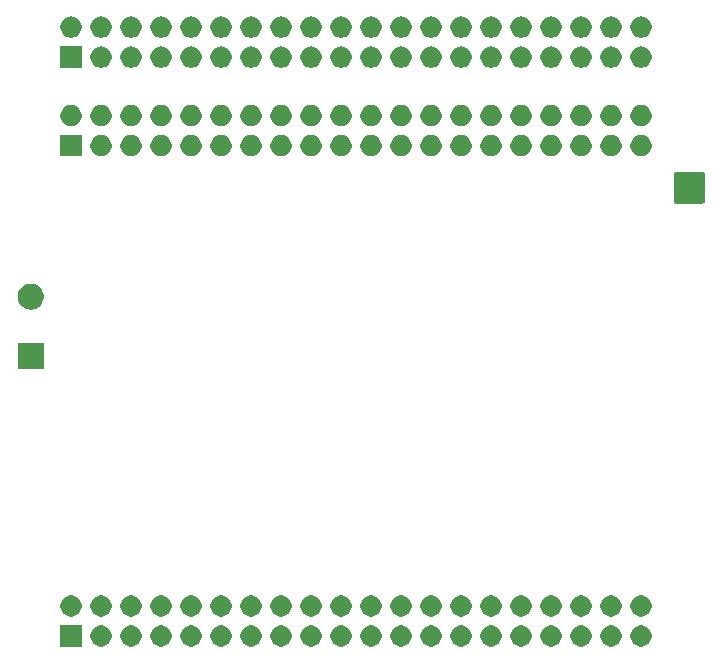
<source format=gbr>
G04 #@! TF.GenerationSoftware,KiCad,Pcbnew,5.1.6*
G04 #@! TF.CreationDate,2020-08-13T10:41:13+02:00*
G04 #@! TF.ProjectId,F010_rpi_logic_level_shifter_hat,46303130-5f72-4706-995f-6c6f6769635f,rev?*
G04 #@! TF.SameCoordinates,PXa52d280PY2b953a0*
G04 #@! TF.FileFunction,Soldermask,Bot*
G04 #@! TF.FilePolarity,Negative*
%FSLAX46Y46*%
G04 Gerber Fmt 4.6, Leading zero omitted, Abs format (unit mm)*
G04 Created by KiCad (PCBNEW 5.1.6) date 2020-08-13 10:41:13*
%MOMM*%
%LPD*%
G01*
G04 APERTURE LIST*
%ADD10C,0.100000*%
G04 APERTURE END LIST*
D10*
G36*
X-4826488Y-49913927D02*
G01*
X-4677188Y-49943624D01*
X-4513216Y-50011544D01*
X-4365646Y-50110147D01*
X-4240147Y-50235646D01*
X-4141544Y-50383216D01*
X-4073624Y-50547188D01*
X-4039000Y-50721259D01*
X-4039000Y-50898741D01*
X-4073624Y-51072812D01*
X-4141544Y-51236784D01*
X-4240147Y-51384354D01*
X-4365646Y-51509853D01*
X-4513216Y-51608456D01*
X-4677188Y-51676376D01*
X-4826488Y-51706073D01*
X-4851258Y-51711000D01*
X-5028742Y-51711000D01*
X-5053512Y-51706073D01*
X-5202812Y-51676376D01*
X-5366784Y-51608456D01*
X-5514354Y-51509853D01*
X-5639853Y-51384354D01*
X-5738456Y-51236784D01*
X-5806376Y-51072812D01*
X-5841000Y-50898741D01*
X-5841000Y-50721259D01*
X-5806376Y-50547188D01*
X-5738456Y-50383216D01*
X-5639853Y-50235646D01*
X-5514354Y-50110147D01*
X-5366784Y-50011544D01*
X-5202812Y-49943624D01*
X-5053512Y-49913927D01*
X-5028742Y-49909000D01*
X-4851258Y-49909000D01*
X-4826488Y-49913927D01*
G37*
G36*
X-30226488Y-49913927D02*
G01*
X-30077188Y-49943624D01*
X-29913216Y-50011544D01*
X-29765646Y-50110147D01*
X-29640147Y-50235646D01*
X-29541544Y-50383216D01*
X-29473624Y-50547188D01*
X-29439000Y-50721259D01*
X-29439000Y-50898741D01*
X-29473624Y-51072812D01*
X-29541544Y-51236784D01*
X-29640147Y-51384354D01*
X-29765646Y-51509853D01*
X-29913216Y-51608456D01*
X-30077188Y-51676376D01*
X-30226488Y-51706073D01*
X-30251258Y-51711000D01*
X-30428742Y-51711000D01*
X-30453512Y-51706073D01*
X-30602812Y-51676376D01*
X-30766784Y-51608456D01*
X-30914354Y-51509853D01*
X-31039853Y-51384354D01*
X-31138456Y-51236784D01*
X-31206376Y-51072812D01*
X-31241000Y-50898741D01*
X-31241000Y-50721259D01*
X-31206376Y-50547188D01*
X-31138456Y-50383216D01*
X-31039853Y-50235646D01*
X-30914354Y-50110147D01*
X-30766784Y-50011544D01*
X-30602812Y-49943624D01*
X-30453512Y-49913927D01*
X-30428742Y-49909000D01*
X-30251258Y-49909000D01*
X-30226488Y-49913927D01*
G37*
G36*
X-9906488Y-49913927D02*
G01*
X-9757188Y-49943624D01*
X-9593216Y-50011544D01*
X-9445646Y-50110147D01*
X-9320147Y-50235646D01*
X-9221544Y-50383216D01*
X-9153624Y-50547188D01*
X-9119000Y-50721259D01*
X-9119000Y-50898741D01*
X-9153624Y-51072812D01*
X-9221544Y-51236784D01*
X-9320147Y-51384354D01*
X-9445646Y-51509853D01*
X-9593216Y-51608456D01*
X-9757188Y-51676376D01*
X-9906488Y-51706073D01*
X-9931258Y-51711000D01*
X-10108742Y-51711000D01*
X-10133512Y-51706073D01*
X-10282812Y-51676376D01*
X-10446784Y-51608456D01*
X-10594354Y-51509853D01*
X-10719853Y-51384354D01*
X-10818456Y-51236784D01*
X-10886376Y-51072812D01*
X-10921000Y-50898741D01*
X-10921000Y-50721259D01*
X-10886376Y-50547188D01*
X-10818456Y-50383216D01*
X-10719853Y-50235646D01*
X-10594354Y-50110147D01*
X-10446784Y-50011544D01*
X-10282812Y-49943624D01*
X-10133512Y-49913927D01*
X-10108742Y-49909000D01*
X-9931258Y-49909000D01*
X-9906488Y-49913927D01*
G37*
G36*
X-12446488Y-49913927D02*
G01*
X-12297188Y-49943624D01*
X-12133216Y-50011544D01*
X-11985646Y-50110147D01*
X-11860147Y-50235646D01*
X-11761544Y-50383216D01*
X-11693624Y-50547188D01*
X-11659000Y-50721259D01*
X-11659000Y-50898741D01*
X-11693624Y-51072812D01*
X-11761544Y-51236784D01*
X-11860147Y-51384354D01*
X-11985646Y-51509853D01*
X-12133216Y-51608456D01*
X-12297188Y-51676376D01*
X-12446488Y-51706073D01*
X-12471258Y-51711000D01*
X-12648742Y-51711000D01*
X-12673512Y-51706073D01*
X-12822812Y-51676376D01*
X-12986784Y-51608456D01*
X-13134354Y-51509853D01*
X-13259853Y-51384354D01*
X-13358456Y-51236784D01*
X-13426376Y-51072812D01*
X-13461000Y-50898741D01*
X-13461000Y-50721259D01*
X-13426376Y-50547188D01*
X-13358456Y-50383216D01*
X-13259853Y-50235646D01*
X-13134354Y-50110147D01*
X-12986784Y-50011544D01*
X-12822812Y-49943624D01*
X-12673512Y-49913927D01*
X-12648742Y-49909000D01*
X-12471258Y-49909000D01*
X-12446488Y-49913927D01*
G37*
G36*
X-14986488Y-49913927D02*
G01*
X-14837188Y-49943624D01*
X-14673216Y-50011544D01*
X-14525646Y-50110147D01*
X-14400147Y-50235646D01*
X-14301544Y-50383216D01*
X-14233624Y-50547188D01*
X-14199000Y-50721259D01*
X-14199000Y-50898741D01*
X-14233624Y-51072812D01*
X-14301544Y-51236784D01*
X-14400147Y-51384354D01*
X-14525646Y-51509853D01*
X-14673216Y-51608456D01*
X-14837188Y-51676376D01*
X-14986488Y-51706073D01*
X-15011258Y-51711000D01*
X-15188742Y-51711000D01*
X-15213512Y-51706073D01*
X-15362812Y-51676376D01*
X-15526784Y-51608456D01*
X-15674354Y-51509853D01*
X-15799853Y-51384354D01*
X-15898456Y-51236784D01*
X-15966376Y-51072812D01*
X-16001000Y-50898741D01*
X-16001000Y-50721259D01*
X-15966376Y-50547188D01*
X-15898456Y-50383216D01*
X-15799853Y-50235646D01*
X-15674354Y-50110147D01*
X-15526784Y-50011544D01*
X-15362812Y-49943624D01*
X-15213512Y-49913927D01*
X-15188742Y-49909000D01*
X-15011258Y-49909000D01*
X-14986488Y-49913927D01*
G37*
G36*
X-17526488Y-49913927D02*
G01*
X-17377188Y-49943624D01*
X-17213216Y-50011544D01*
X-17065646Y-50110147D01*
X-16940147Y-50235646D01*
X-16841544Y-50383216D01*
X-16773624Y-50547188D01*
X-16739000Y-50721259D01*
X-16739000Y-50898741D01*
X-16773624Y-51072812D01*
X-16841544Y-51236784D01*
X-16940147Y-51384354D01*
X-17065646Y-51509853D01*
X-17213216Y-51608456D01*
X-17377188Y-51676376D01*
X-17526488Y-51706073D01*
X-17551258Y-51711000D01*
X-17728742Y-51711000D01*
X-17753512Y-51706073D01*
X-17902812Y-51676376D01*
X-18066784Y-51608456D01*
X-18214354Y-51509853D01*
X-18339853Y-51384354D01*
X-18438456Y-51236784D01*
X-18506376Y-51072812D01*
X-18541000Y-50898741D01*
X-18541000Y-50721259D01*
X-18506376Y-50547188D01*
X-18438456Y-50383216D01*
X-18339853Y-50235646D01*
X-18214354Y-50110147D01*
X-18066784Y-50011544D01*
X-17902812Y-49943624D01*
X-17753512Y-49913927D01*
X-17728742Y-49909000D01*
X-17551258Y-49909000D01*
X-17526488Y-49913927D01*
G37*
G36*
X-20066488Y-49913927D02*
G01*
X-19917188Y-49943624D01*
X-19753216Y-50011544D01*
X-19605646Y-50110147D01*
X-19480147Y-50235646D01*
X-19381544Y-50383216D01*
X-19313624Y-50547188D01*
X-19279000Y-50721259D01*
X-19279000Y-50898741D01*
X-19313624Y-51072812D01*
X-19381544Y-51236784D01*
X-19480147Y-51384354D01*
X-19605646Y-51509853D01*
X-19753216Y-51608456D01*
X-19917188Y-51676376D01*
X-20066488Y-51706073D01*
X-20091258Y-51711000D01*
X-20268742Y-51711000D01*
X-20293512Y-51706073D01*
X-20442812Y-51676376D01*
X-20606784Y-51608456D01*
X-20754354Y-51509853D01*
X-20879853Y-51384354D01*
X-20978456Y-51236784D01*
X-21046376Y-51072812D01*
X-21081000Y-50898741D01*
X-21081000Y-50721259D01*
X-21046376Y-50547188D01*
X-20978456Y-50383216D01*
X-20879853Y-50235646D01*
X-20754354Y-50110147D01*
X-20606784Y-50011544D01*
X-20442812Y-49943624D01*
X-20293512Y-49913927D01*
X-20268742Y-49909000D01*
X-20091258Y-49909000D01*
X-20066488Y-49913927D01*
G37*
G36*
X-22606488Y-49913927D02*
G01*
X-22457188Y-49943624D01*
X-22293216Y-50011544D01*
X-22145646Y-50110147D01*
X-22020147Y-50235646D01*
X-21921544Y-50383216D01*
X-21853624Y-50547188D01*
X-21819000Y-50721259D01*
X-21819000Y-50898741D01*
X-21853624Y-51072812D01*
X-21921544Y-51236784D01*
X-22020147Y-51384354D01*
X-22145646Y-51509853D01*
X-22293216Y-51608456D01*
X-22457188Y-51676376D01*
X-22606488Y-51706073D01*
X-22631258Y-51711000D01*
X-22808742Y-51711000D01*
X-22833512Y-51706073D01*
X-22982812Y-51676376D01*
X-23146784Y-51608456D01*
X-23294354Y-51509853D01*
X-23419853Y-51384354D01*
X-23518456Y-51236784D01*
X-23586376Y-51072812D01*
X-23621000Y-50898741D01*
X-23621000Y-50721259D01*
X-23586376Y-50547188D01*
X-23518456Y-50383216D01*
X-23419853Y-50235646D01*
X-23294354Y-50110147D01*
X-23146784Y-50011544D01*
X-22982812Y-49943624D01*
X-22833512Y-49913927D01*
X-22808742Y-49909000D01*
X-22631258Y-49909000D01*
X-22606488Y-49913927D01*
G37*
G36*
X-25146488Y-49913927D02*
G01*
X-24997188Y-49943624D01*
X-24833216Y-50011544D01*
X-24685646Y-50110147D01*
X-24560147Y-50235646D01*
X-24461544Y-50383216D01*
X-24393624Y-50547188D01*
X-24359000Y-50721259D01*
X-24359000Y-50898741D01*
X-24393624Y-51072812D01*
X-24461544Y-51236784D01*
X-24560147Y-51384354D01*
X-24685646Y-51509853D01*
X-24833216Y-51608456D01*
X-24997188Y-51676376D01*
X-25146488Y-51706073D01*
X-25171258Y-51711000D01*
X-25348742Y-51711000D01*
X-25373512Y-51706073D01*
X-25522812Y-51676376D01*
X-25686784Y-51608456D01*
X-25834354Y-51509853D01*
X-25959853Y-51384354D01*
X-26058456Y-51236784D01*
X-26126376Y-51072812D01*
X-26161000Y-50898741D01*
X-26161000Y-50721259D01*
X-26126376Y-50547188D01*
X-26058456Y-50383216D01*
X-25959853Y-50235646D01*
X-25834354Y-50110147D01*
X-25686784Y-50011544D01*
X-25522812Y-49943624D01*
X-25373512Y-49913927D01*
X-25348742Y-49909000D01*
X-25171258Y-49909000D01*
X-25146488Y-49913927D01*
G37*
G36*
X-27686488Y-49913927D02*
G01*
X-27537188Y-49943624D01*
X-27373216Y-50011544D01*
X-27225646Y-50110147D01*
X-27100147Y-50235646D01*
X-27001544Y-50383216D01*
X-26933624Y-50547188D01*
X-26899000Y-50721259D01*
X-26899000Y-50898741D01*
X-26933624Y-51072812D01*
X-27001544Y-51236784D01*
X-27100147Y-51384354D01*
X-27225646Y-51509853D01*
X-27373216Y-51608456D01*
X-27537188Y-51676376D01*
X-27686488Y-51706073D01*
X-27711258Y-51711000D01*
X-27888742Y-51711000D01*
X-27913512Y-51706073D01*
X-28062812Y-51676376D01*
X-28226784Y-51608456D01*
X-28374354Y-51509853D01*
X-28499853Y-51384354D01*
X-28598456Y-51236784D01*
X-28666376Y-51072812D01*
X-28701000Y-50898741D01*
X-28701000Y-50721259D01*
X-28666376Y-50547188D01*
X-28598456Y-50383216D01*
X-28499853Y-50235646D01*
X-28374354Y-50110147D01*
X-28226784Y-50011544D01*
X-28062812Y-49943624D01*
X-27913512Y-49913927D01*
X-27888742Y-49909000D01*
X-27711258Y-49909000D01*
X-27686488Y-49913927D01*
G37*
G36*
X-7366488Y-49913927D02*
G01*
X-7217188Y-49943624D01*
X-7053216Y-50011544D01*
X-6905646Y-50110147D01*
X-6780147Y-50235646D01*
X-6681544Y-50383216D01*
X-6613624Y-50547188D01*
X-6579000Y-50721259D01*
X-6579000Y-50898741D01*
X-6613624Y-51072812D01*
X-6681544Y-51236784D01*
X-6780147Y-51384354D01*
X-6905646Y-51509853D01*
X-7053216Y-51608456D01*
X-7217188Y-51676376D01*
X-7366488Y-51706073D01*
X-7391258Y-51711000D01*
X-7568742Y-51711000D01*
X-7593512Y-51706073D01*
X-7742812Y-51676376D01*
X-7906784Y-51608456D01*
X-8054354Y-51509853D01*
X-8179853Y-51384354D01*
X-8278456Y-51236784D01*
X-8346376Y-51072812D01*
X-8381000Y-50898741D01*
X-8381000Y-50721259D01*
X-8346376Y-50547188D01*
X-8278456Y-50383216D01*
X-8179853Y-50235646D01*
X-8054354Y-50110147D01*
X-7906784Y-50011544D01*
X-7742812Y-49943624D01*
X-7593512Y-49913927D01*
X-7568742Y-49909000D01*
X-7391258Y-49909000D01*
X-7366488Y-49913927D01*
G37*
G36*
X-35306488Y-49913927D02*
G01*
X-35157188Y-49943624D01*
X-34993216Y-50011544D01*
X-34845646Y-50110147D01*
X-34720147Y-50235646D01*
X-34621544Y-50383216D01*
X-34553624Y-50547188D01*
X-34519000Y-50721259D01*
X-34519000Y-50898741D01*
X-34553624Y-51072812D01*
X-34621544Y-51236784D01*
X-34720147Y-51384354D01*
X-34845646Y-51509853D01*
X-34993216Y-51608456D01*
X-35157188Y-51676376D01*
X-35306488Y-51706073D01*
X-35331258Y-51711000D01*
X-35508742Y-51711000D01*
X-35533512Y-51706073D01*
X-35682812Y-51676376D01*
X-35846784Y-51608456D01*
X-35994354Y-51509853D01*
X-36119853Y-51384354D01*
X-36218456Y-51236784D01*
X-36286376Y-51072812D01*
X-36321000Y-50898741D01*
X-36321000Y-50721259D01*
X-36286376Y-50547188D01*
X-36218456Y-50383216D01*
X-36119853Y-50235646D01*
X-35994354Y-50110147D01*
X-35846784Y-50011544D01*
X-35682812Y-49943624D01*
X-35533512Y-49913927D01*
X-35508742Y-49909000D01*
X-35331258Y-49909000D01*
X-35306488Y-49913927D01*
G37*
G36*
X-37846488Y-49913927D02*
G01*
X-37697188Y-49943624D01*
X-37533216Y-50011544D01*
X-37385646Y-50110147D01*
X-37260147Y-50235646D01*
X-37161544Y-50383216D01*
X-37093624Y-50547188D01*
X-37059000Y-50721259D01*
X-37059000Y-50898741D01*
X-37093624Y-51072812D01*
X-37161544Y-51236784D01*
X-37260147Y-51384354D01*
X-37385646Y-51509853D01*
X-37533216Y-51608456D01*
X-37697188Y-51676376D01*
X-37846488Y-51706073D01*
X-37871258Y-51711000D01*
X-38048742Y-51711000D01*
X-38073512Y-51706073D01*
X-38222812Y-51676376D01*
X-38386784Y-51608456D01*
X-38534354Y-51509853D01*
X-38659853Y-51384354D01*
X-38758456Y-51236784D01*
X-38826376Y-51072812D01*
X-38861000Y-50898741D01*
X-38861000Y-50721259D01*
X-38826376Y-50547188D01*
X-38758456Y-50383216D01*
X-38659853Y-50235646D01*
X-38534354Y-50110147D01*
X-38386784Y-50011544D01*
X-38222812Y-49943624D01*
X-38073512Y-49913927D01*
X-38048742Y-49909000D01*
X-37871258Y-49909000D01*
X-37846488Y-49913927D01*
G37*
G36*
X-40386488Y-49913927D02*
G01*
X-40237188Y-49943624D01*
X-40073216Y-50011544D01*
X-39925646Y-50110147D01*
X-39800147Y-50235646D01*
X-39701544Y-50383216D01*
X-39633624Y-50547188D01*
X-39599000Y-50721259D01*
X-39599000Y-50898741D01*
X-39633624Y-51072812D01*
X-39701544Y-51236784D01*
X-39800147Y-51384354D01*
X-39925646Y-51509853D01*
X-40073216Y-51608456D01*
X-40237188Y-51676376D01*
X-40386488Y-51706073D01*
X-40411258Y-51711000D01*
X-40588742Y-51711000D01*
X-40613512Y-51706073D01*
X-40762812Y-51676376D01*
X-40926784Y-51608456D01*
X-41074354Y-51509853D01*
X-41199853Y-51384354D01*
X-41298456Y-51236784D01*
X-41366376Y-51072812D01*
X-41401000Y-50898741D01*
X-41401000Y-50721259D01*
X-41366376Y-50547188D01*
X-41298456Y-50383216D01*
X-41199853Y-50235646D01*
X-41074354Y-50110147D01*
X-40926784Y-50011544D01*
X-40762812Y-49943624D01*
X-40613512Y-49913927D01*
X-40588742Y-49909000D01*
X-40411258Y-49909000D01*
X-40386488Y-49913927D01*
G37*
G36*
X-42926488Y-49913927D02*
G01*
X-42777188Y-49943624D01*
X-42613216Y-50011544D01*
X-42465646Y-50110147D01*
X-42340147Y-50235646D01*
X-42241544Y-50383216D01*
X-42173624Y-50547188D01*
X-42139000Y-50721259D01*
X-42139000Y-50898741D01*
X-42173624Y-51072812D01*
X-42241544Y-51236784D01*
X-42340147Y-51384354D01*
X-42465646Y-51509853D01*
X-42613216Y-51608456D01*
X-42777188Y-51676376D01*
X-42926488Y-51706073D01*
X-42951258Y-51711000D01*
X-43128742Y-51711000D01*
X-43153512Y-51706073D01*
X-43302812Y-51676376D01*
X-43466784Y-51608456D01*
X-43614354Y-51509853D01*
X-43739853Y-51384354D01*
X-43838456Y-51236784D01*
X-43906376Y-51072812D01*
X-43941000Y-50898741D01*
X-43941000Y-50721259D01*
X-43906376Y-50547188D01*
X-43838456Y-50383216D01*
X-43739853Y-50235646D01*
X-43614354Y-50110147D01*
X-43466784Y-50011544D01*
X-43302812Y-49943624D01*
X-43153512Y-49913927D01*
X-43128742Y-49909000D01*
X-42951258Y-49909000D01*
X-42926488Y-49913927D01*
G37*
G36*
X-45466488Y-49913927D02*
G01*
X-45317188Y-49943624D01*
X-45153216Y-50011544D01*
X-45005646Y-50110147D01*
X-44880147Y-50235646D01*
X-44781544Y-50383216D01*
X-44713624Y-50547188D01*
X-44679000Y-50721259D01*
X-44679000Y-50898741D01*
X-44713624Y-51072812D01*
X-44781544Y-51236784D01*
X-44880147Y-51384354D01*
X-45005646Y-51509853D01*
X-45153216Y-51608456D01*
X-45317188Y-51676376D01*
X-45466488Y-51706073D01*
X-45491258Y-51711000D01*
X-45668742Y-51711000D01*
X-45693512Y-51706073D01*
X-45842812Y-51676376D01*
X-46006784Y-51608456D01*
X-46154354Y-51509853D01*
X-46279853Y-51384354D01*
X-46378456Y-51236784D01*
X-46446376Y-51072812D01*
X-46481000Y-50898741D01*
X-46481000Y-50721259D01*
X-46446376Y-50547188D01*
X-46378456Y-50383216D01*
X-46279853Y-50235646D01*
X-46154354Y-50110147D01*
X-46006784Y-50011544D01*
X-45842812Y-49943624D01*
X-45693512Y-49913927D01*
X-45668742Y-49909000D01*
X-45491258Y-49909000D01*
X-45466488Y-49913927D01*
G37*
G36*
X-48006488Y-49913927D02*
G01*
X-47857188Y-49943624D01*
X-47693216Y-50011544D01*
X-47545646Y-50110147D01*
X-47420147Y-50235646D01*
X-47321544Y-50383216D01*
X-47253624Y-50547188D01*
X-47219000Y-50721259D01*
X-47219000Y-50898741D01*
X-47253624Y-51072812D01*
X-47321544Y-51236784D01*
X-47420147Y-51384354D01*
X-47545646Y-51509853D01*
X-47693216Y-51608456D01*
X-47857188Y-51676376D01*
X-48006488Y-51706073D01*
X-48031258Y-51711000D01*
X-48208742Y-51711000D01*
X-48233512Y-51706073D01*
X-48382812Y-51676376D01*
X-48546784Y-51608456D01*
X-48694354Y-51509853D01*
X-48819853Y-51384354D01*
X-48918456Y-51236784D01*
X-48986376Y-51072812D01*
X-49021000Y-50898741D01*
X-49021000Y-50721259D01*
X-48986376Y-50547188D01*
X-48918456Y-50383216D01*
X-48819853Y-50235646D01*
X-48694354Y-50110147D01*
X-48546784Y-50011544D01*
X-48382812Y-49943624D01*
X-48233512Y-49913927D01*
X-48208742Y-49909000D01*
X-48031258Y-49909000D01*
X-48006488Y-49913927D01*
G37*
G36*
X-50546488Y-49913927D02*
G01*
X-50397188Y-49943624D01*
X-50233216Y-50011544D01*
X-50085646Y-50110147D01*
X-49960147Y-50235646D01*
X-49861544Y-50383216D01*
X-49793624Y-50547188D01*
X-49759000Y-50721259D01*
X-49759000Y-50898741D01*
X-49793624Y-51072812D01*
X-49861544Y-51236784D01*
X-49960147Y-51384354D01*
X-50085646Y-51509853D01*
X-50233216Y-51608456D01*
X-50397188Y-51676376D01*
X-50546488Y-51706073D01*
X-50571258Y-51711000D01*
X-50748742Y-51711000D01*
X-50773512Y-51706073D01*
X-50922812Y-51676376D01*
X-51086784Y-51608456D01*
X-51234354Y-51509853D01*
X-51359853Y-51384354D01*
X-51458456Y-51236784D01*
X-51526376Y-51072812D01*
X-51561000Y-50898741D01*
X-51561000Y-50721259D01*
X-51526376Y-50547188D01*
X-51458456Y-50383216D01*
X-51359853Y-50235646D01*
X-51234354Y-50110147D01*
X-51086784Y-50011544D01*
X-50922812Y-49943624D01*
X-50773512Y-49913927D01*
X-50748742Y-49909000D01*
X-50571258Y-49909000D01*
X-50546488Y-49913927D01*
G37*
G36*
X-52299000Y-51711000D02*
G01*
X-54101000Y-51711000D01*
X-54101000Y-49909000D01*
X-52299000Y-49909000D01*
X-52299000Y-51711000D01*
G37*
G36*
X-32766488Y-49913927D02*
G01*
X-32617188Y-49943624D01*
X-32453216Y-50011544D01*
X-32305646Y-50110147D01*
X-32180147Y-50235646D01*
X-32081544Y-50383216D01*
X-32013624Y-50547188D01*
X-31979000Y-50721259D01*
X-31979000Y-50898741D01*
X-32013624Y-51072812D01*
X-32081544Y-51236784D01*
X-32180147Y-51384354D01*
X-32305646Y-51509853D01*
X-32453216Y-51608456D01*
X-32617188Y-51676376D01*
X-32766488Y-51706073D01*
X-32791258Y-51711000D01*
X-32968742Y-51711000D01*
X-32993512Y-51706073D01*
X-33142812Y-51676376D01*
X-33306784Y-51608456D01*
X-33454354Y-51509853D01*
X-33579853Y-51384354D01*
X-33678456Y-51236784D01*
X-33746376Y-51072812D01*
X-33781000Y-50898741D01*
X-33781000Y-50721259D01*
X-33746376Y-50547188D01*
X-33678456Y-50383216D01*
X-33579853Y-50235646D01*
X-33454354Y-50110147D01*
X-33306784Y-50011544D01*
X-33142812Y-49943624D01*
X-32993512Y-49913927D01*
X-32968742Y-49909000D01*
X-32791258Y-49909000D01*
X-32766488Y-49913927D01*
G37*
G36*
X-9906488Y-47373927D02*
G01*
X-9757188Y-47403624D01*
X-9593216Y-47471544D01*
X-9445646Y-47570147D01*
X-9320147Y-47695646D01*
X-9221544Y-47843216D01*
X-9153624Y-48007188D01*
X-9119000Y-48181259D01*
X-9119000Y-48358741D01*
X-9153624Y-48532812D01*
X-9221544Y-48696784D01*
X-9320147Y-48844354D01*
X-9445646Y-48969853D01*
X-9593216Y-49068456D01*
X-9757188Y-49136376D01*
X-9906488Y-49166073D01*
X-9931258Y-49171000D01*
X-10108742Y-49171000D01*
X-10133512Y-49166073D01*
X-10282812Y-49136376D01*
X-10446784Y-49068456D01*
X-10594354Y-48969853D01*
X-10719853Y-48844354D01*
X-10818456Y-48696784D01*
X-10886376Y-48532812D01*
X-10921000Y-48358741D01*
X-10921000Y-48181259D01*
X-10886376Y-48007188D01*
X-10818456Y-47843216D01*
X-10719853Y-47695646D01*
X-10594354Y-47570147D01*
X-10446784Y-47471544D01*
X-10282812Y-47403624D01*
X-10133512Y-47373927D01*
X-10108742Y-47369000D01*
X-9931258Y-47369000D01*
X-9906488Y-47373927D01*
G37*
G36*
X-7366488Y-47373927D02*
G01*
X-7217188Y-47403624D01*
X-7053216Y-47471544D01*
X-6905646Y-47570147D01*
X-6780147Y-47695646D01*
X-6681544Y-47843216D01*
X-6613624Y-48007188D01*
X-6579000Y-48181259D01*
X-6579000Y-48358741D01*
X-6613624Y-48532812D01*
X-6681544Y-48696784D01*
X-6780147Y-48844354D01*
X-6905646Y-48969853D01*
X-7053216Y-49068456D01*
X-7217188Y-49136376D01*
X-7366488Y-49166073D01*
X-7391258Y-49171000D01*
X-7568742Y-49171000D01*
X-7593512Y-49166073D01*
X-7742812Y-49136376D01*
X-7906784Y-49068456D01*
X-8054354Y-48969853D01*
X-8179853Y-48844354D01*
X-8278456Y-48696784D01*
X-8346376Y-48532812D01*
X-8381000Y-48358741D01*
X-8381000Y-48181259D01*
X-8346376Y-48007188D01*
X-8278456Y-47843216D01*
X-8179853Y-47695646D01*
X-8054354Y-47570147D01*
X-7906784Y-47471544D01*
X-7742812Y-47403624D01*
X-7593512Y-47373927D01*
X-7568742Y-47369000D01*
X-7391258Y-47369000D01*
X-7366488Y-47373927D01*
G37*
G36*
X-42926488Y-47373927D02*
G01*
X-42777188Y-47403624D01*
X-42613216Y-47471544D01*
X-42465646Y-47570147D01*
X-42340147Y-47695646D01*
X-42241544Y-47843216D01*
X-42173624Y-48007188D01*
X-42139000Y-48181259D01*
X-42139000Y-48358741D01*
X-42173624Y-48532812D01*
X-42241544Y-48696784D01*
X-42340147Y-48844354D01*
X-42465646Y-48969853D01*
X-42613216Y-49068456D01*
X-42777188Y-49136376D01*
X-42926488Y-49166073D01*
X-42951258Y-49171000D01*
X-43128742Y-49171000D01*
X-43153512Y-49166073D01*
X-43302812Y-49136376D01*
X-43466784Y-49068456D01*
X-43614354Y-48969853D01*
X-43739853Y-48844354D01*
X-43838456Y-48696784D01*
X-43906376Y-48532812D01*
X-43941000Y-48358741D01*
X-43941000Y-48181259D01*
X-43906376Y-48007188D01*
X-43838456Y-47843216D01*
X-43739853Y-47695646D01*
X-43614354Y-47570147D01*
X-43466784Y-47471544D01*
X-43302812Y-47403624D01*
X-43153512Y-47373927D01*
X-43128742Y-47369000D01*
X-42951258Y-47369000D01*
X-42926488Y-47373927D01*
G37*
G36*
X-37846488Y-47373927D02*
G01*
X-37697188Y-47403624D01*
X-37533216Y-47471544D01*
X-37385646Y-47570147D01*
X-37260147Y-47695646D01*
X-37161544Y-47843216D01*
X-37093624Y-48007188D01*
X-37059000Y-48181259D01*
X-37059000Y-48358741D01*
X-37093624Y-48532812D01*
X-37161544Y-48696784D01*
X-37260147Y-48844354D01*
X-37385646Y-48969853D01*
X-37533216Y-49068456D01*
X-37697188Y-49136376D01*
X-37846488Y-49166073D01*
X-37871258Y-49171000D01*
X-38048742Y-49171000D01*
X-38073512Y-49166073D01*
X-38222812Y-49136376D01*
X-38386784Y-49068456D01*
X-38534354Y-48969853D01*
X-38659853Y-48844354D01*
X-38758456Y-48696784D01*
X-38826376Y-48532812D01*
X-38861000Y-48358741D01*
X-38861000Y-48181259D01*
X-38826376Y-48007188D01*
X-38758456Y-47843216D01*
X-38659853Y-47695646D01*
X-38534354Y-47570147D01*
X-38386784Y-47471544D01*
X-38222812Y-47403624D01*
X-38073512Y-47373927D01*
X-38048742Y-47369000D01*
X-37871258Y-47369000D01*
X-37846488Y-47373927D01*
G37*
G36*
X-40386488Y-47373927D02*
G01*
X-40237188Y-47403624D01*
X-40073216Y-47471544D01*
X-39925646Y-47570147D01*
X-39800147Y-47695646D01*
X-39701544Y-47843216D01*
X-39633624Y-48007188D01*
X-39599000Y-48181259D01*
X-39599000Y-48358741D01*
X-39633624Y-48532812D01*
X-39701544Y-48696784D01*
X-39800147Y-48844354D01*
X-39925646Y-48969853D01*
X-40073216Y-49068456D01*
X-40237188Y-49136376D01*
X-40386488Y-49166073D01*
X-40411258Y-49171000D01*
X-40588742Y-49171000D01*
X-40613512Y-49166073D01*
X-40762812Y-49136376D01*
X-40926784Y-49068456D01*
X-41074354Y-48969853D01*
X-41199853Y-48844354D01*
X-41298456Y-48696784D01*
X-41366376Y-48532812D01*
X-41401000Y-48358741D01*
X-41401000Y-48181259D01*
X-41366376Y-48007188D01*
X-41298456Y-47843216D01*
X-41199853Y-47695646D01*
X-41074354Y-47570147D01*
X-40926784Y-47471544D01*
X-40762812Y-47403624D01*
X-40613512Y-47373927D01*
X-40588742Y-47369000D01*
X-40411258Y-47369000D01*
X-40386488Y-47373927D01*
G37*
G36*
X-45466488Y-47373927D02*
G01*
X-45317188Y-47403624D01*
X-45153216Y-47471544D01*
X-45005646Y-47570147D01*
X-44880147Y-47695646D01*
X-44781544Y-47843216D01*
X-44713624Y-48007188D01*
X-44679000Y-48181259D01*
X-44679000Y-48358741D01*
X-44713624Y-48532812D01*
X-44781544Y-48696784D01*
X-44880147Y-48844354D01*
X-45005646Y-48969853D01*
X-45153216Y-49068456D01*
X-45317188Y-49136376D01*
X-45466488Y-49166073D01*
X-45491258Y-49171000D01*
X-45668742Y-49171000D01*
X-45693512Y-49166073D01*
X-45842812Y-49136376D01*
X-46006784Y-49068456D01*
X-46154354Y-48969853D01*
X-46279853Y-48844354D01*
X-46378456Y-48696784D01*
X-46446376Y-48532812D01*
X-46481000Y-48358741D01*
X-46481000Y-48181259D01*
X-46446376Y-48007188D01*
X-46378456Y-47843216D01*
X-46279853Y-47695646D01*
X-46154354Y-47570147D01*
X-46006784Y-47471544D01*
X-45842812Y-47403624D01*
X-45693512Y-47373927D01*
X-45668742Y-47369000D01*
X-45491258Y-47369000D01*
X-45466488Y-47373927D01*
G37*
G36*
X-48006488Y-47373927D02*
G01*
X-47857188Y-47403624D01*
X-47693216Y-47471544D01*
X-47545646Y-47570147D01*
X-47420147Y-47695646D01*
X-47321544Y-47843216D01*
X-47253624Y-48007188D01*
X-47219000Y-48181259D01*
X-47219000Y-48358741D01*
X-47253624Y-48532812D01*
X-47321544Y-48696784D01*
X-47420147Y-48844354D01*
X-47545646Y-48969853D01*
X-47693216Y-49068456D01*
X-47857188Y-49136376D01*
X-48006488Y-49166073D01*
X-48031258Y-49171000D01*
X-48208742Y-49171000D01*
X-48233512Y-49166073D01*
X-48382812Y-49136376D01*
X-48546784Y-49068456D01*
X-48694354Y-48969853D01*
X-48819853Y-48844354D01*
X-48918456Y-48696784D01*
X-48986376Y-48532812D01*
X-49021000Y-48358741D01*
X-49021000Y-48181259D01*
X-48986376Y-48007188D01*
X-48918456Y-47843216D01*
X-48819853Y-47695646D01*
X-48694354Y-47570147D01*
X-48546784Y-47471544D01*
X-48382812Y-47403624D01*
X-48233512Y-47373927D01*
X-48208742Y-47369000D01*
X-48031258Y-47369000D01*
X-48006488Y-47373927D01*
G37*
G36*
X-50546488Y-47373927D02*
G01*
X-50397188Y-47403624D01*
X-50233216Y-47471544D01*
X-50085646Y-47570147D01*
X-49960147Y-47695646D01*
X-49861544Y-47843216D01*
X-49793624Y-48007188D01*
X-49759000Y-48181259D01*
X-49759000Y-48358741D01*
X-49793624Y-48532812D01*
X-49861544Y-48696784D01*
X-49960147Y-48844354D01*
X-50085646Y-48969853D01*
X-50233216Y-49068456D01*
X-50397188Y-49136376D01*
X-50546488Y-49166073D01*
X-50571258Y-49171000D01*
X-50748742Y-49171000D01*
X-50773512Y-49166073D01*
X-50922812Y-49136376D01*
X-51086784Y-49068456D01*
X-51234354Y-48969853D01*
X-51359853Y-48844354D01*
X-51458456Y-48696784D01*
X-51526376Y-48532812D01*
X-51561000Y-48358741D01*
X-51561000Y-48181259D01*
X-51526376Y-48007188D01*
X-51458456Y-47843216D01*
X-51359853Y-47695646D01*
X-51234354Y-47570147D01*
X-51086784Y-47471544D01*
X-50922812Y-47403624D01*
X-50773512Y-47373927D01*
X-50748742Y-47369000D01*
X-50571258Y-47369000D01*
X-50546488Y-47373927D01*
G37*
G36*
X-53086488Y-47373927D02*
G01*
X-52937188Y-47403624D01*
X-52773216Y-47471544D01*
X-52625646Y-47570147D01*
X-52500147Y-47695646D01*
X-52401544Y-47843216D01*
X-52333624Y-48007188D01*
X-52299000Y-48181259D01*
X-52299000Y-48358741D01*
X-52333624Y-48532812D01*
X-52401544Y-48696784D01*
X-52500147Y-48844354D01*
X-52625646Y-48969853D01*
X-52773216Y-49068456D01*
X-52937188Y-49136376D01*
X-53086488Y-49166073D01*
X-53111258Y-49171000D01*
X-53288742Y-49171000D01*
X-53313512Y-49166073D01*
X-53462812Y-49136376D01*
X-53626784Y-49068456D01*
X-53774354Y-48969853D01*
X-53899853Y-48844354D01*
X-53998456Y-48696784D01*
X-54066376Y-48532812D01*
X-54101000Y-48358741D01*
X-54101000Y-48181259D01*
X-54066376Y-48007188D01*
X-53998456Y-47843216D01*
X-53899853Y-47695646D01*
X-53774354Y-47570147D01*
X-53626784Y-47471544D01*
X-53462812Y-47403624D01*
X-53313512Y-47373927D01*
X-53288742Y-47369000D01*
X-53111258Y-47369000D01*
X-53086488Y-47373927D01*
G37*
G36*
X-22606488Y-47373927D02*
G01*
X-22457188Y-47403624D01*
X-22293216Y-47471544D01*
X-22145646Y-47570147D01*
X-22020147Y-47695646D01*
X-21921544Y-47843216D01*
X-21853624Y-48007188D01*
X-21819000Y-48181259D01*
X-21819000Y-48358741D01*
X-21853624Y-48532812D01*
X-21921544Y-48696784D01*
X-22020147Y-48844354D01*
X-22145646Y-48969853D01*
X-22293216Y-49068456D01*
X-22457188Y-49136376D01*
X-22606488Y-49166073D01*
X-22631258Y-49171000D01*
X-22808742Y-49171000D01*
X-22833512Y-49166073D01*
X-22982812Y-49136376D01*
X-23146784Y-49068456D01*
X-23294354Y-48969853D01*
X-23419853Y-48844354D01*
X-23518456Y-48696784D01*
X-23586376Y-48532812D01*
X-23621000Y-48358741D01*
X-23621000Y-48181259D01*
X-23586376Y-48007188D01*
X-23518456Y-47843216D01*
X-23419853Y-47695646D01*
X-23294354Y-47570147D01*
X-23146784Y-47471544D01*
X-22982812Y-47403624D01*
X-22833512Y-47373927D01*
X-22808742Y-47369000D01*
X-22631258Y-47369000D01*
X-22606488Y-47373927D01*
G37*
G36*
X-14986488Y-47373927D02*
G01*
X-14837188Y-47403624D01*
X-14673216Y-47471544D01*
X-14525646Y-47570147D01*
X-14400147Y-47695646D01*
X-14301544Y-47843216D01*
X-14233624Y-48007188D01*
X-14199000Y-48181259D01*
X-14199000Y-48358741D01*
X-14233624Y-48532812D01*
X-14301544Y-48696784D01*
X-14400147Y-48844354D01*
X-14525646Y-48969853D01*
X-14673216Y-49068456D01*
X-14837188Y-49136376D01*
X-14986488Y-49166073D01*
X-15011258Y-49171000D01*
X-15188742Y-49171000D01*
X-15213512Y-49166073D01*
X-15362812Y-49136376D01*
X-15526784Y-49068456D01*
X-15674354Y-48969853D01*
X-15799853Y-48844354D01*
X-15898456Y-48696784D01*
X-15966376Y-48532812D01*
X-16001000Y-48358741D01*
X-16001000Y-48181259D01*
X-15966376Y-48007188D01*
X-15898456Y-47843216D01*
X-15799853Y-47695646D01*
X-15674354Y-47570147D01*
X-15526784Y-47471544D01*
X-15362812Y-47403624D01*
X-15213512Y-47373927D01*
X-15188742Y-47369000D01*
X-15011258Y-47369000D01*
X-14986488Y-47373927D01*
G37*
G36*
X-17526488Y-47373927D02*
G01*
X-17377188Y-47403624D01*
X-17213216Y-47471544D01*
X-17065646Y-47570147D01*
X-16940147Y-47695646D01*
X-16841544Y-47843216D01*
X-16773624Y-48007188D01*
X-16739000Y-48181259D01*
X-16739000Y-48358741D01*
X-16773624Y-48532812D01*
X-16841544Y-48696784D01*
X-16940147Y-48844354D01*
X-17065646Y-48969853D01*
X-17213216Y-49068456D01*
X-17377188Y-49136376D01*
X-17526488Y-49166073D01*
X-17551258Y-49171000D01*
X-17728742Y-49171000D01*
X-17753512Y-49166073D01*
X-17902812Y-49136376D01*
X-18066784Y-49068456D01*
X-18214354Y-48969853D01*
X-18339853Y-48844354D01*
X-18438456Y-48696784D01*
X-18506376Y-48532812D01*
X-18541000Y-48358741D01*
X-18541000Y-48181259D01*
X-18506376Y-48007188D01*
X-18438456Y-47843216D01*
X-18339853Y-47695646D01*
X-18214354Y-47570147D01*
X-18066784Y-47471544D01*
X-17902812Y-47403624D01*
X-17753512Y-47373927D01*
X-17728742Y-47369000D01*
X-17551258Y-47369000D01*
X-17526488Y-47373927D01*
G37*
G36*
X-20066488Y-47373927D02*
G01*
X-19917188Y-47403624D01*
X-19753216Y-47471544D01*
X-19605646Y-47570147D01*
X-19480147Y-47695646D01*
X-19381544Y-47843216D01*
X-19313624Y-48007188D01*
X-19279000Y-48181259D01*
X-19279000Y-48358741D01*
X-19313624Y-48532812D01*
X-19381544Y-48696784D01*
X-19480147Y-48844354D01*
X-19605646Y-48969853D01*
X-19753216Y-49068456D01*
X-19917188Y-49136376D01*
X-20066488Y-49166073D01*
X-20091258Y-49171000D01*
X-20268742Y-49171000D01*
X-20293512Y-49166073D01*
X-20442812Y-49136376D01*
X-20606784Y-49068456D01*
X-20754354Y-48969853D01*
X-20879853Y-48844354D01*
X-20978456Y-48696784D01*
X-21046376Y-48532812D01*
X-21081000Y-48358741D01*
X-21081000Y-48181259D01*
X-21046376Y-48007188D01*
X-20978456Y-47843216D01*
X-20879853Y-47695646D01*
X-20754354Y-47570147D01*
X-20606784Y-47471544D01*
X-20442812Y-47403624D01*
X-20293512Y-47373927D01*
X-20268742Y-47369000D01*
X-20091258Y-47369000D01*
X-20066488Y-47373927D01*
G37*
G36*
X-25146488Y-47373927D02*
G01*
X-24997188Y-47403624D01*
X-24833216Y-47471544D01*
X-24685646Y-47570147D01*
X-24560147Y-47695646D01*
X-24461544Y-47843216D01*
X-24393624Y-48007188D01*
X-24359000Y-48181259D01*
X-24359000Y-48358741D01*
X-24393624Y-48532812D01*
X-24461544Y-48696784D01*
X-24560147Y-48844354D01*
X-24685646Y-48969853D01*
X-24833216Y-49068456D01*
X-24997188Y-49136376D01*
X-25146488Y-49166073D01*
X-25171258Y-49171000D01*
X-25348742Y-49171000D01*
X-25373512Y-49166073D01*
X-25522812Y-49136376D01*
X-25686784Y-49068456D01*
X-25834354Y-48969853D01*
X-25959853Y-48844354D01*
X-26058456Y-48696784D01*
X-26126376Y-48532812D01*
X-26161000Y-48358741D01*
X-26161000Y-48181259D01*
X-26126376Y-48007188D01*
X-26058456Y-47843216D01*
X-25959853Y-47695646D01*
X-25834354Y-47570147D01*
X-25686784Y-47471544D01*
X-25522812Y-47403624D01*
X-25373512Y-47373927D01*
X-25348742Y-47369000D01*
X-25171258Y-47369000D01*
X-25146488Y-47373927D01*
G37*
G36*
X-4826488Y-47373927D02*
G01*
X-4677188Y-47403624D01*
X-4513216Y-47471544D01*
X-4365646Y-47570147D01*
X-4240147Y-47695646D01*
X-4141544Y-47843216D01*
X-4073624Y-48007188D01*
X-4039000Y-48181259D01*
X-4039000Y-48358741D01*
X-4073624Y-48532812D01*
X-4141544Y-48696784D01*
X-4240147Y-48844354D01*
X-4365646Y-48969853D01*
X-4513216Y-49068456D01*
X-4677188Y-49136376D01*
X-4826488Y-49166073D01*
X-4851258Y-49171000D01*
X-5028742Y-49171000D01*
X-5053512Y-49166073D01*
X-5202812Y-49136376D01*
X-5366784Y-49068456D01*
X-5514354Y-48969853D01*
X-5639853Y-48844354D01*
X-5738456Y-48696784D01*
X-5806376Y-48532812D01*
X-5841000Y-48358741D01*
X-5841000Y-48181259D01*
X-5806376Y-48007188D01*
X-5738456Y-47843216D01*
X-5639853Y-47695646D01*
X-5514354Y-47570147D01*
X-5366784Y-47471544D01*
X-5202812Y-47403624D01*
X-5053512Y-47373927D01*
X-5028742Y-47369000D01*
X-4851258Y-47369000D01*
X-4826488Y-47373927D01*
G37*
G36*
X-27686488Y-47373927D02*
G01*
X-27537188Y-47403624D01*
X-27373216Y-47471544D01*
X-27225646Y-47570147D01*
X-27100147Y-47695646D01*
X-27001544Y-47843216D01*
X-26933624Y-48007188D01*
X-26899000Y-48181259D01*
X-26899000Y-48358741D01*
X-26933624Y-48532812D01*
X-27001544Y-48696784D01*
X-27100147Y-48844354D01*
X-27225646Y-48969853D01*
X-27373216Y-49068456D01*
X-27537188Y-49136376D01*
X-27686488Y-49166073D01*
X-27711258Y-49171000D01*
X-27888742Y-49171000D01*
X-27913512Y-49166073D01*
X-28062812Y-49136376D01*
X-28226784Y-49068456D01*
X-28374354Y-48969853D01*
X-28499853Y-48844354D01*
X-28598456Y-48696784D01*
X-28666376Y-48532812D01*
X-28701000Y-48358741D01*
X-28701000Y-48181259D01*
X-28666376Y-48007188D01*
X-28598456Y-47843216D01*
X-28499853Y-47695646D01*
X-28374354Y-47570147D01*
X-28226784Y-47471544D01*
X-28062812Y-47403624D01*
X-27913512Y-47373927D01*
X-27888742Y-47369000D01*
X-27711258Y-47369000D01*
X-27686488Y-47373927D01*
G37*
G36*
X-30226488Y-47373927D02*
G01*
X-30077188Y-47403624D01*
X-29913216Y-47471544D01*
X-29765646Y-47570147D01*
X-29640147Y-47695646D01*
X-29541544Y-47843216D01*
X-29473624Y-48007188D01*
X-29439000Y-48181259D01*
X-29439000Y-48358741D01*
X-29473624Y-48532812D01*
X-29541544Y-48696784D01*
X-29640147Y-48844354D01*
X-29765646Y-48969853D01*
X-29913216Y-49068456D01*
X-30077188Y-49136376D01*
X-30226488Y-49166073D01*
X-30251258Y-49171000D01*
X-30428742Y-49171000D01*
X-30453512Y-49166073D01*
X-30602812Y-49136376D01*
X-30766784Y-49068456D01*
X-30914354Y-48969853D01*
X-31039853Y-48844354D01*
X-31138456Y-48696784D01*
X-31206376Y-48532812D01*
X-31241000Y-48358741D01*
X-31241000Y-48181259D01*
X-31206376Y-48007188D01*
X-31138456Y-47843216D01*
X-31039853Y-47695646D01*
X-30914354Y-47570147D01*
X-30766784Y-47471544D01*
X-30602812Y-47403624D01*
X-30453512Y-47373927D01*
X-30428742Y-47369000D01*
X-30251258Y-47369000D01*
X-30226488Y-47373927D01*
G37*
G36*
X-35306488Y-47373927D02*
G01*
X-35157188Y-47403624D01*
X-34993216Y-47471544D01*
X-34845646Y-47570147D01*
X-34720147Y-47695646D01*
X-34621544Y-47843216D01*
X-34553624Y-48007188D01*
X-34519000Y-48181259D01*
X-34519000Y-48358741D01*
X-34553624Y-48532812D01*
X-34621544Y-48696784D01*
X-34720147Y-48844354D01*
X-34845646Y-48969853D01*
X-34993216Y-49068456D01*
X-35157188Y-49136376D01*
X-35306488Y-49166073D01*
X-35331258Y-49171000D01*
X-35508742Y-49171000D01*
X-35533512Y-49166073D01*
X-35682812Y-49136376D01*
X-35846784Y-49068456D01*
X-35994354Y-48969853D01*
X-36119853Y-48844354D01*
X-36218456Y-48696784D01*
X-36286376Y-48532812D01*
X-36321000Y-48358741D01*
X-36321000Y-48181259D01*
X-36286376Y-48007188D01*
X-36218456Y-47843216D01*
X-36119853Y-47695646D01*
X-35994354Y-47570147D01*
X-35846784Y-47471544D01*
X-35682812Y-47403624D01*
X-35533512Y-47373927D01*
X-35508742Y-47369000D01*
X-35331258Y-47369000D01*
X-35306488Y-47373927D01*
G37*
G36*
X-32766488Y-47373927D02*
G01*
X-32617188Y-47403624D01*
X-32453216Y-47471544D01*
X-32305646Y-47570147D01*
X-32180147Y-47695646D01*
X-32081544Y-47843216D01*
X-32013624Y-48007188D01*
X-31979000Y-48181259D01*
X-31979000Y-48358741D01*
X-32013624Y-48532812D01*
X-32081544Y-48696784D01*
X-32180147Y-48844354D01*
X-32305646Y-48969853D01*
X-32453216Y-49068456D01*
X-32617188Y-49136376D01*
X-32766488Y-49166073D01*
X-32791258Y-49171000D01*
X-32968742Y-49171000D01*
X-32993512Y-49166073D01*
X-33142812Y-49136376D01*
X-33306784Y-49068456D01*
X-33454354Y-48969853D01*
X-33579853Y-48844354D01*
X-33678456Y-48696784D01*
X-33746376Y-48532812D01*
X-33781000Y-48358741D01*
X-33781000Y-48181259D01*
X-33746376Y-48007188D01*
X-33678456Y-47843216D01*
X-33579853Y-47695646D01*
X-33454354Y-47570147D01*
X-33306784Y-47471544D01*
X-33142812Y-47403624D01*
X-32993512Y-47373927D01*
X-32968742Y-47369000D01*
X-32791258Y-47369000D01*
X-32766488Y-47373927D01*
G37*
G36*
X-12446488Y-47373927D02*
G01*
X-12297188Y-47403624D01*
X-12133216Y-47471544D01*
X-11985646Y-47570147D01*
X-11860147Y-47695646D01*
X-11761544Y-47843216D01*
X-11693624Y-48007188D01*
X-11659000Y-48181259D01*
X-11659000Y-48358741D01*
X-11693624Y-48532812D01*
X-11761544Y-48696784D01*
X-11860147Y-48844354D01*
X-11985646Y-48969853D01*
X-12133216Y-49068456D01*
X-12297188Y-49136376D01*
X-12446488Y-49166073D01*
X-12471258Y-49171000D01*
X-12648742Y-49171000D01*
X-12673512Y-49166073D01*
X-12822812Y-49136376D01*
X-12986784Y-49068456D01*
X-13134354Y-48969853D01*
X-13259853Y-48844354D01*
X-13358456Y-48696784D01*
X-13426376Y-48532812D01*
X-13461000Y-48358741D01*
X-13461000Y-48181259D01*
X-13426376Y-48007188D01*
X-13358456Y-47843216D01*
X-13259853Y-47695646D01*
X-13134354Y-47570147D01*
X-12986784Y-47471544D01*
X-12822812Y-47403624D01*
X-12673512Y-47373927D01*
X-12648742Y-47369000D01*
X-12471258Y-47369000D01*
X-12446488Y-47373927D01*
G37*
G36*
X-55499000Y-28176000D02*
G01*
X-57701000Y-28176000D01*
X-57701000Y-25974000D01*
X-55499000Y-25974000D01*
X-55499000Y-28176000D01*
G37*
G36*
X-56385205Y-20995156D02*
G01*
X-56278850Y-21016311D01*
X-56078480Y-21099307D01*
X-55898156Y-21219795D01*
X-55744795Y-21373156D01*
X-55624307Y-21553480D01*
X-55541311Y-21753851D01*
X-55499000Y-21966560D01*
X-55499000Y-22183440D01*
X-55541311Y-22396149D01*
X-55624307Y-22596520D01*
X-55744795Y-22776844D01*
X-55898156Y-22930205D01*
X-56078480Y-23050693D01*
X-56178666Y-23092191D01*
X-56278850Y-23133689D01*
X-56385206Y-23154845D01*
X-56491560Y-23176000D01*
X-56708440Y-23176000D01*
X-56814794Y-23154845D01*
X-56921150Y-23133689D01*
X-57021334Y-23092191D01*
X-57121520Y-23050693D01*
X-57301844Y-22930205D01*
X-57455205Y-22776844D01*
X-57575693Y-22596520D01*
X-57658689Y-22396149D01*
X-57701000Y-22183440D01*
X-57701000Y-21966560D01*
X-57658689Y-21753851D01*
X-57575693Y-21553480D01*
X-57455205Y-21373156D01*
X-57301844Y-21219795D01*
X-57121520Y-21099307D01*
X-56921150Y-21016311D01*
X-56814795Y-20995156D01*
X-56708440Y-20974000D01*
X-56491560Y-20974000D01*
X-56385205Y-20995156D01*
G37*
G36*
X347490Y-11547658D02*
G01*
X377302Y-11556701D01*
X404775Y-11571386D01*
X428854Y-11591146D01*
X448614Y-11615225D01*
X463299Y-11642698D01*
X472342Y-11672510D01*
X476000Y-11709650D01*
X476000Y-14030350D01*
X472342Y-14067490D01*
X463299Y-14097302D01*
X448614Y-14124775D01*
X428854Y-14148854D01*
X404775Y-14168614D01*
X377302Y-14183299D01*
X347490Y-14192342D01*
X310350Y-14196000D01*
X-2010350Y-14196000D01*
X-2047490Y-14192342D01*
X-2077302Y-14183299D01*
X-2104775Y-14168614D01*
X-2128854Y-14148854D01*
X-2148614Y-14124775D01*
X-2163299Y-14097302D01*
X-2172342Y-14067490D01*
X-2176000Y-14030350D01*
X-2176000Y-11709650D01*
X-2172342Y-11672510D01*
X-2163299Y-11642698D01*
X-2148614Y-11615225D01*
X-2128854Y-11591146D01*
X-2104775Y-11571386D01*
X-2077302Y-11556701D01*
X-2047490Y-11547658D01*
X-2010350Y-11544000D01*
X310350Y-11544000D01*
X347490Y-11547658D01*
G37*
G36*
X-4826488Y-8403927D02*
G01*
X-4677188Y-8433624D01*
X-4513216Y-8501544D01*
X-4365646Y-8600147D01*
X-4240147Y-8725646D01*
X-4141544Y-8873216D01*
X-4073624Y-9037188D01*
X-4039000Y-9211259D01*
X-4039000Y-9388741D01*
X-4073624Y-9562812D01*
X-4141544Y-9726784D01*
X-4240147Y-9874354D01*
X-4365646Y-9999853D01*
X-4513216Y-10098456D01*
X-4677188Y-10166376D01*
X-4826488Y-10196073D01*
X-4851258Y-10201000D01*
X-5028742Y-10201000D01*
X-5053512Y-10196073D01*
X-5202812Y-10166376D01*
X-5366784Y-10098456D01*
X-5514354Y-9999853D01*
X-5639853Y-9874354D01*
X-5738456Y-9726784D01*
X-5806376Y-9562812D01*
X-5841000Y-9388741D01*
X-5841000Y-9211259D01*
X-5806376Y-9037188D01*
X-5738456Y-8873216D01*
X-5639853Y-8725646D01*
X-5514354Y-8600147D01*
X-5366784Y-8501544D01*
X-5202812Y-8433624D01*
X-5053512Y-8403927D01*
X-5028742Y-8399000D01*
X-4851258Y-8399000D01*
X-4826488Y-8403927D01*
G37*
G36*
X-52299000Y-10201000D02*
G01*
X-54101000Y-10201000D01*
X-54101000Y-8399000D01*
X-52299000Y-8399000D01*
X-52299000Y-10201000D01*
G37*
G36*
X-9906488Y-8403927D02*
G01*
X-9757188Y-8433624D01*
X-9593216Y-8501544D01*
X-9445646Y-8600147D01*
X-9320147Y-8725646D01*
X-9221544Y-8873216D01*
X-9153624Y-9037188D01*
X-9119000Y-9211259D01*
X-9119000Y-9388741D01*
X-9153624Y-9562812D01*
X-9221544Y-9726784D01*
X-9320147Y-9874354D01*
X-9445646Y-9999853D01*
X-9593216Y-10098456D01*
X-9757188Y-10166376D01*
X-9906488Y-10196073D01*
X-9931258Y-10201000D01*
X-10108742Y-10201000D01*
X-10133512Y-10196073D01*
X-10282812Y-10166376D01*
X-10446784Y-10098456D01*
X-10594354Y-9999853D01*
X-10719853Y-9874354D01*
X-10818456Y-9726784D01*
X-10886376Y-9562812D01*
X-10921000Y-9388741D01*
X-10921000Y-9211259D01*
X-10886376Y-9037188D01*
X-10818456Y-8873216D01*
X-10719853Y-8725646D01*
X-10594354Y-8600147D01*
X-10446784Y-8501544D01*
X-10282812Y-8433624D01*
X-10133512Y-8403927D01*
X-10108742Y-8399000D01*
X-9931258Y-8399000D01*
X-9906488Y-8403927D01*
G37*
G36*
X-12446488Y-8403927D02*
G01*
X-12297188Y-8433624D01*
X-12133216Y-8501544D01*
X-11985646Y-8600147D01*
X-11860147Y-8725646D01*
X-11761544Y-8873216D01*
X-11693624Y-9037188D01*
X-11659000Y-9211259D01*
X-11659000Y-9388741D01*
X-11693624Y-9562812D01*
X-11761544Y-9726784D01*
X-11860147Y-9874354D01*
X-11985646Y-9999853D01*
X-12133216Y-10098456D01*
X-12297188Y-10166376D01*
X-12446488Y-10196073D01*
X-12471258Y-10201000D01*
X-12648742Y-10201000D01*
X-12673512Y-10196073D01*
X-12822812Y-10166376D01*
X-12986784Y-10098456D01*
X-13134354Y-9999853D01*
X-13259853Y-9874354D01*
X-13358456Y-9726784D01*
X-13426376Y-9562812D01*
X-13461000Y-9388741D01*
X-13461000Y-9211259D01*
X-13426376Y-9037188D01*
X-13358456Y-8873216D01*
X-13259853Y-8725646D01*
X-13134354Y-8600147D01*
X-12986784Y-8501544D01*
X-12822812Y-8433624D01*
X-12673512Y-8403927D01*
X-12648742Y-8399000D01*
X-12471258Y-8399000D01*
X-12446488Y-8403927D01*
G37*
G36*
X-14986488Y-8403927D02*
G01*
X-14837188Y-8433624D01*
X-14673216Y-8501544D01*
X-14525646Y-8600147D01*
X-14400147Y-8725646D01*
X-14301544Y-8873216D01*
X-14233624Y-9037188D01*
X-14199000Y-9211259D01*
X-14199000Y-9388741D01*
X-14233624Y-9562812D01*
X-14301544Y-9726784D01*
X-14400147Y-9874354D01*
X-14525646Y-9999853D01*
X-14673216Y-10098456D01*
X-14837188Y-10166376D01*
X-14986488Y-10196073D01*
X-15011258Y-10201000D01*
X-15188742Y-10201000D01*
X-15213512Y-10196073D01*
X-15362812Y-10166376D01*
X-15526784Y-10098456D01*
X-15674354Y-9999853D01*
X-15799853Y-9874354D01*
X-15898456Y-9726784D01*
X-15966376Y-9562812D01*
X-16001000Y-9388741D01*
X-16001000Y-9211259D01*
X-15966376Y-9037188D01*
X-15898456Y-8873216D01*
X-15799853Y-8725646D01*
X-15674354Y-8600147D01*
X-15526784Y-8501544D01*
X-15362812Y-8433624D01*
X-15213512Y-8403927D01*
X-15188742Y-8399000D01*
X-15011258Y-8399000D01*
X-14986488Y-8403927D01*
G37*
G36*
X-17526488Y-8403927D02*
G01*
X-17377188Y-8433624D01*
X-17213216Y-8501544D01*
X-17065646Y-8600147D01*
X-16940147Y-8725646D01*
X-16841544Y-8873216D01*
X-16773624Y-9037188D01*
X-16739000Y-9211259D01*
X-16739000Y-9388741D01*
X-16773624Y-9562812D01*
X-16841544Y-9726784D01*
X-16940147Y-9874354D01*
X-17065646Y-9999853D01*
X-17213216Y-10098456D01*
X-17377188Y-10166376D01*
X-17526488Y-10196073D01*
X-17551258Y-10201000D01*
X-17728742Y-10201000D01*
X-17753512Y-10196073D01*
X-17902812Y-10166376D01*
X-18066784Y-10098456D01*
X-18214354Y-9999853D01*
X-18339853Y-9874354D01*
X-18438456Y-9726784D01*
X-18506376Y-9562812D01*
X-18541000Y-9388741D01*
X-18541000Y-9211259D01*
X-18506376Y-9037188D01*
X-18438456Y-8873216D01*
X-18339853Y-8725646D01*
X-18214354Y-8600147D01*
X-18066784Y-8501544D01*
X-17902812Y-8433624D01*
X-17753512Y-8403927D01*
X-17728742Y-8399000D01*
X-17551258Y-8399000D01*
X-17526488Y-8403927D01*
G37*
G36*
X-20066488Y-8403927D02*
G01*
X-19917188Y-8433624D01*
X-19753216Y-8501544D01*
X-19605646Y-8600147D01*
X-19480147Y-8725646D01*
X-19381544Y-8873216D01*
X-19313624Y-9037188D01*
X-19279000Y-9211259D01*
X-19279000Y-9388741D01*
X-19313624Y-9562812D01*
X-19381544Y-9726784D01*
X-19480147Y-9874354D01*
X-19605646Y-9999853D01*
X-19753216Y-10098456D01*
X-19917188Y-10166376D01*
X-20066488Y-10196073D01*
X-20091258Y-10201000D01*
X-20268742Y-10201000D01*
X-20293512Y-10196073D01*
X-20442812Y-10166376D01*
X-20606784Y-10098456D01*
X-20754354Y-9999853D01*
X-20879853Y-9874354D01*
X-20978456Y-9726784D01*
X-21046376Y-9562812D01*
X-21081000Y-9388741D01*
X-21081000Y-9211259D01*
X-21046376Y-9037188D01*
X-20978456Y-8873216D01*
X-20879853Y-8725646D01*
X-20754354Y-8600147D01*
X-20606784Y-8501544D01*
X-20442812Y-8433624D01*
X-20293512Y-8403927D01*
X-20268742Y-8399000D01*
X-20091258Y-8399000D01*
X-20066488Y-8403927D01*
G37*
G36*
X-22606488Y-8403927D02*
G01*
X-22457188Y-8433624D01*
X-22293216Y-8501544D01*
X-22145646Y-8600147D01*
X-22020147Y-8725646D01*
X-21921544Y-8873216D01*
X-21853624Y-9037188D01*
X-21819000Y-9211259D01*
X-21819000Y-9388741D01*
X-21853624Y-9562812D01*
X-21921544Y-9726784D01*
X-22020147Y-9874354D01*
X-22145646Y-9999853D01*
X-22293216Y-10098456D01*
X-22457188Y-10166376D01*
X-22606488Y-10196073D01*
X-22631258Y-10201000D01*
X-22808742Y-10201000D01*
X-22833512Y-10196073D01*
X-22982812Y-10166376D01*
X-23146784Y-10098456D01*
X-23294354Y-9999853D01*
X-23419853Y-9874354D01*
X-23518456Y-9726784D01*
X-23586376Y-9562812D01*
X-23621000Y-9388741D01*
X-23621000Y-9211259D01*
X-23586376Y-9037188D01*
X-23518456Y-8873216D01*
X-23419853Y-8725646D01*
X-23294354Y-8600147D01*
X-23146784Y-8501544D01*
X-22982812Y-8433624D01*
X-22833512Y-8403927D01*
X-22808742Y-8399000D01*
X-22631258Y-8399000D01*
X-22606488Y-8403927D01*
G37*
G36*
X-25146488Y-8403927D02*
G01*
X-24997188Y-8433624D01*
X-24833216Y-8501544D01*
X-24685646Y-8600147D01*
X-24560147Y-8725646D01*
X-24461544Y-8873216D01*
X-24393624Y-9037188D01*
X-24359000Y-9211259D01*
X-24359000Y-9388741D01*
X-24393624Y-9562812D01*
X-24461544Y-9726784D01*
X-24560147Y-9874354D01*
X-24685646Y-9999853D01*
X-24833216Y-10098456D01*
X-24997188Y-10166376D01*
X-25146488Y-10196073D01*
X-25171258Y-10201000D01*
X-25348742Y-10201000D01*
X-25373512Y-10196073D01*
X-25522812Y-10166376D01*
X-25686784Y-10098456D01*
X-25834354Y-9999853D01*
X-25959853Y-9874354D01*
X-26058456Y-9726784D01*
X-26126376Y-9562812D01*
X-26161000Y-9388741D01*
X-26161000Y-9211259D01*
X-26126376Y-9037188D01*
X-26058456Y-8873216D01*
X-25959853Y-8725646D01*
X-25834354Y-8600147D01*
X-25686784Y-8501544D01*
X-25522812Y-8433624D01*
X-25373512Y-8403927D01*
X-25348742Y-8399000D01*
X-25171258Y-8399000D01*
X-25146488Y-8403927D01*
G37*
G36*
X-27686488Y-8403927D02*
G01*
X-27537188Y-8433624D01*
X-27373216Y-8501544D01*
X-27225646Y-8600147D01*
X-27100147Y-8725646D01*
X-27001544Y-8873216D01*
X-26933624Y-9037188D01*
X-26899000Y-9211259D01*
X-26899000Y-9388741D01*
X-26933624Y-9562812D01*
X-27001544Y-9726784D01*
X-27100147Y-9874354D01*
X-27225646Y-9999853D01*
X-27373216Y-10098456D01*
X-27537188Y-10166376D01*
X-27686488Y-10196073D01*
X-27711258Y-10201000D01*
X-27888742Y-10201000D01*
X-27913512Y-10196073D01*
X-28062812Y-10166376D01*
X-28226784Y-10098456D01*
X-28374354Y-9999853D01*
X-28499853Y-9874354D01*
X-28598456Y-9726784D01*
X-28666376Y-9562812D01*
X-28701000Y-9388741D01*
X-28701000Y-9211259D01*
X-28666376Y-9037188D01*
X-28598456Y-8873216D01*
X-28499853Y-8725646D01*
X-28374354Y-8600147D01*
X-28226784Y-8501544D01*
X-28062812Y-8433624D01*
X-27913512Y-8403927D01*
X-27888742Y-8399000D01*
X-27711258Y-8399000D01*
X-27686488Y-8403927D01*
G37*
G36*
X-32766488Y-8403927D02*
G01*
X-32617188Y-8433624D01*
X-32453216Y-8501544D01*
X-32305646Y-8600147D01*
X-32180147Y-8725646D01*
X-32081544Y-8873216D01*
X-32013624Y-9037188D01*
X-31979000Y-9211259D01*
X-31979000Y-9388741D01*
X-32013624Y-9562812D01*
X-32081544Y-9726784D01*
X-32180147Y-9874354D01*
X-32305646Y-9999853D01*
X-32453216Y-10098456D01*
X-32617188Y-10166376D01*
X-32766488Y-10196073D01*
X-32791258Y-10201000D01*
X-32968742Y-10201000D01*
X-32993512Y-10196073D01*
X-33142812Y-10166376D01*
X-33306784Y-10098456D01*
X-33454354Y-9999853D01*
X-33579853Y-9874354D01*
X-33678456Y-9726784D01*
X-33746376Y-9562812D01*
X-33781000Y-9388741D01*
X-33781000Y-9211259D01*
X-33746376Y-9037188D01*
X-33678456Y-8873216D01*
X-33579853Y-8725646D01*
X-33454354Y-8600147D01*
X-33306784Y-8501544D01*
X-33142812Y-8433624D01*
X-32993512Y-8403927D01*
X-32968742Y-8399000D01*
X-32791258Y-8399000D01*
X-32766488Y-8403927D01*
G37*
G36*
X-30226488Y-8403927D02*
G01*
X-30077188Y-8433624D01*
X-29913216Y-8501544D01*
X-29765646Y-8600147D01*
X-29640147Y-8725646D01*
X-29541544Y-8873216D01*
X-29473624Y-9037188D01*
X-29439000Y-9211259D01*
X-29439000Y-9388741D01*
X-29473624Y-9562812D01*
X-29541544Y-9726784D01*
X-29640147Y-9874354D01*
X-29765646Y-9999853D01*
X-29913216Y-10098456D01*
X-30077188Y-10166376D01*
X-30226488Y-10196073D01*
X-30251258Y-10201000D01*
X-30428742Y-10201000D01*
X-30453512Y-10196073D01*
X-30602812Y-10166376D01*
X-30766784Y-10098456D01*
X-30914354Y-9999853D01*
X-31039853Y-9874354D01*
X-31138456Y-9726784D01*
X-31206376Y-9562812D01*
X-31241000Y-9388741D01*
X-31241000Y-9211259D01*
X-31206376Y-9037188D01*
X-31138456Y-8873216D01*
X-31039853Y-8725646D01*
X-30914354Y-8600147D01*
X-30766784Y-8501544D01*
X-30602812Y-8433624D01*
X-30453512Y-8403927D01*
X-30428742Y-8399000D01*
X-30251258Y-8399000D01*
X-30226488Y-8403927D01*
G37*
G36*
X-50546488Y-8403927D02*
G01*
X-50397188Y-8433624D01*
X-50233216Y-8501544D01*
X-50085646Y-8600147D01*
X-49960147Y-8725646D01*
X-49861544Y-8873216D01*
X-49793624Y-9037188D01*
X-49759000Y-9211259D01*
X-49759000Y-9388741D01*
X-49793624Y-9562812D01*
X-49861544Y-9726784D01*
X-49960147Y-9874354D01*
X-50085646Y-9999853D01*
X-50233216Y-10098456D01*
X-50397188Y-10166376D01*
X-50546488Y-10196073D01*
X-50571258Y-10201000D01*
X-50748742Y-10201000D01*
X-50773512Y-10196073D01*
X-50922812Y-10166376D01*
X-51086784Y-10098456D01*
X-51234354Y-9999853D01*
X-51359853Y-9874354D01*
X-51458456Y-9726784D01*
X-51526376Y-9562812D01*
X-51561000Y-9388741D01*
X-51561000Y-9211259D01*
X-51526376Y-9037188D01*
X-51458456Y-8873216D01*
X-51359853Y-8725646D01*
X-51234354Y-8600147D01*
X-51086784Y-8501544D01*
X-50922812Y-8433624D01*
X-50773512Y-8403927D01*
X-50748742Y-8399000D01*
X-50571258Y-8399000D01*
X-50546488Y-8403927D01*
G37*
G36*
X-7366488Y-8403927D02*
G01*
X-7217188Y-8433624D01*
X-7053216Y-8501544D01*
X-6905646Y-8600147D01*
X-6780147Y-8725646D01*
X-6681544Y-8873216D01*
X-6613624Y-9037188D01*
X-6579000Y-9211259D01*
X-6579000Y-9388741D01*
X-6613624Y-9562812D01*
X-6681544Y-9726784D01*
X-6780147Y-9874354D01*
X-6905646Y-9999853D01*
X-7053216Y-10098456D01*
X-7217188Y-10166376D01*
X-7366488Y-10196073D01*
X-7391258Y-10201000D01*
X-7568742Y-10201000D01*
X-7593512Y-10196073D01*
X-7742812Y-10166376D01*
X-7906784Y-10098456D01*
X-8054354Y-9999853D01*
X-8179853Y-9874354D01*
X-8278456Y-9726784D01*
X-8346376Y-9562812D01*
X-8381000Y-9388741D01*
X-8381000Y-9211259D01*
X-8346376Y-9037188D01*
X-8278456Y-8873216D01*
X-8179853Y-8725646D01*
X-8054354Y-8600147D01*
X-7906784Y-8501544D01*
X-7742812Y-8433624D01*
X-7593512Y-8403927D01*
X-7568742Y-8399000D01*
X-7391258Y-8399000D01*
X-7366488Y-8403927D01*
G37*
G36*
X-48006488Y-8403927D02*
G01*
X-47857188Y-8433624D01*
X-47693216Y-8501544D01*
X-47545646Y-8600147D01*
X-47420147Y-8725646D01*
X-47321544Y-8873216D01*
X-47253624Y-9037188D01*
X-47219000Y-9211259D01*
X-47219000Y-9388741D01*
X-47253624Y-9562812D01*
X-47321544Y-9726784D01*
X-47420147Y-9874354D01*
X-47545646Y-9999853D01*
X-47693216Y-10098456D01*
X-47857188Y-10166376D01*
X-48006488Y-10196073D01*
X-48031258Y-10201000D01*
X-48208742Y-10201000D01*
X-48233512Y-10196073D01*
X-48382812Y-10166376D01*
X-48546784Y-10098456D01*
X-48694354Y-9999853D01*
X-48819853Y-9874354D01*
X-48918456Y-9726784D01*
X-48986376Y-9562812D01*
X-49021000Y-9388741D01*
X-49021000Y-9211259D01*
X-48986376Y-9037188D01*
X-48918456Y-8873216D01*
X-48819853Y-8725646D01*
X-48694354Y-8600147D01*
X-48546784Y-8501544D01*
X-48382812Y-8433624D01*
X-48233512Y-8403927D01*
X-48208742Y-8399000D01*
X-48031258Y-8399000D01*
X-48006488Y-8403927D01*
G37*
G36*
X-45466488Y-8403927D02*
G01*
X-45317188Y-8433624D01*
X-45153216Y-8501544D01*
X-45005646Y-8600147D01*
X-44880147Y-8725646D01*
X-44781544Y-8873216D01*
X-44713624Y-9037188D01*
X-44679000Y-9211259D01*
X-44679000Y-9388741D01*
X-44713624Y-9562812D01*
X-44781544Y-9726784D01*
X-44880147Y-9874354D01*
X-45005646Y-9999853D01*
X-45153216Y-10098456D01*
X-45317188Y-10166376D01*
X-45466488Y-10196073D01*
X-45491258Y-10201000D01*
X-45668742Y-10201000D01*
X-45693512Y-10196073D01*
X-45842812Y-10166376D01*
X-46006784Y-10098456D01*
X-46154354Y-9999853D01*
X-46279853Y-9874354D01*
X-46378456Y-9726784D01*
X-46446376Y-9562812D01*
X-46481000Y-9388741D01*
X-46481000Y-9211259D01*
X-46446376Y-9037188D01*
X-46378456Y-8873216D01*
X-46279853Y-8725646D01*
X-46154354Y-8600147D01*
X-46006784Y-8501544D01*
X-45842812Y-8433624D01*
X-45693512Y-8403927D01*
X-45668742Y-8399000D01*
X-45491258Y-8399000D01*
X-45466488Y-8403927D01*
G37*
G36*
X-42926488Y-8403927D02*
G01*
X-42777188Y-8433624D01*
X-42613216Y-8501544D01*
X-42465646Y-8600147D01*
X-42340147Y-8725646D01*
X-42241544Y-8873216D01*
X-42173624Y-9037188D01*
X-42139000Y-9211259D01*
X-42139000Y-9388741D01*
X-42173624Y-9562812D01*
X-42241544Y-9726784D01*
X-42340147Y-9874354D01*
X-42465646Y-9999853D01*
X-42613216Y-10098456D01*
X-42777188Y-10166376D01*
X-42926488Y-10196073D01*
X-42951258Y-10201000D01*
X-43128742Y-10201000D01*
X-43153512Y-10196073D01*
X-43302812Y-10166376D01*
X-43466784Y-10098456D01*
X-43614354Y-9999853D01*
X-43739853Y-9874354D01*
X-43838456Y-9726784D01*
X-43906376Y-9562812D01*
X-43941000Y-9388741D01*
X-43941000Y-9211259D01*
X-43906376Y-9037188D01*
X-43838456Y-8873216D01*
X-43739853Y-8725646D01*
X-43614354Y-8600147D01*
X-43466784Y-8501544D01*
X-43302812Y-8433624D01*
X-43153512Y-8403927D01*
X-43128742Y-8399000D01*
X-42951258Y-8399000D01*
X-42926488Y-8403927D01*
G37*
G36*
X-40386488Y-8403927D02*
G01*
X-40237188Y-8433624D01*
X-40073216Y-8501544D01*
X-39925646Y-8600147D01*
X-39800147Y-8725646D01*
X-39701544Y-8873216D01*
X-39633624Y-9037188D01*
X-39599000Y-9211259D01*
X-39599000Y-9388741D01*
X-39633624Y-9562812D01*
X-39701544Y-9726784D01*
X-39800147Y-9874354D01*
X-39925646Y-9999853D01*
X-40073216Y-10098456D01*
X-40237188Y-10166376D01*
X-40386488Y-10196073D01*
X-40411258Y-10201000D01*
X-40588742Y-10201000D01*
X-40613512Y-10196073D01*
X-40762812Y-10166376D01*
X-40926784Y-10098456D01*
X-41074354Y-9999853D01*
X-41199853Y-9874354D01*
X-41298456Y-9726784D01*
X-41366376Y-9562812D01*
X-41401000Y-9388741D01*
X-41401000Y-9211259D01*
X-41366376Y-9037188D01*
X-41298456Y-8873216D01*
X-41199853Y-8725646D01*
X-41074354Y-8600147D01*
X-40926784Y-8501544D01*
X-40762812Y-8433624D01*
X-40613512Y-8403927D01*
X-40588742Y-8399000D01*
X-40411258Y-8399000D01*
X-40386488Y-8403927D01*
G37*
G36*
X-37846488Y-8403927D02*
G01*
X-37697188Y-8433624D01*
X-37533216Y-8501544D01*
X-37385646Y-8600147D01*
X-37260147Y-8725646D01*
X-37161544Y-8873216D01*
X-37093624Y-9037188D01*
X-37059000Y-9211259D01*
X-37059000Y-9388741D01*
X-37093624Y-9562812D01*
X-37161544Y-9726784D01*
X-37260147Y-9874354D01*
X-37385646Y-9999853D01*
X-37533216Y-10098456D01*
X-37697188Y-10166376D01*
X-37846488Y-10196073D01*
X-37871258Y-10201000D01*
X-38048742Y-10201000D01*
X-38073512Y-10196073D01*
X-38222812Y-10166376D01*
X-38386784Y-10098456D01*
X-38534354Y-9999853D01*
X-38659853Y-9874354D01*
X-38758456Y-9726784D01*
X-38826376Y-9562812D01*
X-38861000Y-9388741D01*
X-38861000Y-9211259D01*
X-38826376Y-9037188D01*
X-38758456Y-8873216D01*
X-38659853Y-8725646D01*
X-38534354Y-8600147D01*
X-38386784Y-8501544D01*
X-38222812Y-8433624D01*
X-38073512Y-8403927D01*
X-38048742Y-8399000D01*
X-37871258Y-8399000D01*
X-37846488Y-8403927D01*
G37*
G36*
X-35306488Y-8403927D02*
G01*
X-35157188Y-8433624D01*
X-34993216Y-8501544D01*
X-34845646Y-8600147D01*
X-34720147Y-8725646D01*
X-34621544Y-8873216D01*
X-34553624Y-9037188D01*
X-34519000Y-9211259D01*
X-34519000Y-9388741D01*
X-34553624Y-9562812D01*
X-34621544Y-9726784D01*
X-34720147Y-9874354D01*
X-34845646Y-9999853D01*
X-34993216Y-10098456D01*
X-35157188Y-10166376D01*
X-35306488Y-10196073D01*
X-35331258Y-10201000D01*
X-35508742Y-10201000D01*
X-35533512Y-10196073D01*
X-35682812Y-10166376D01*
X-35846784Y-10098456D01*
X-35994354Y-9999853D01*
X-36119853Y-9874354D01*
X-36218456Y-9726784D01*
X-36286376Y-9562812D01*
X-36321000Y-9388741D01*
X-36321000Y-9211259D01*
X-36286376Y-9037188D01*
X-36218456Y-8873216D01*
X-36119853Y-8725646D01*
X-35994354Y-8600147D01*
X-35846784Y-8501544D01*
X-35682812Y-8433624D01*
X-35533512Y-8403927D01*
X-35508742Y-8399000D01*
X-35331258Y-8399000D01*
X-35306488Y-8403927D01*
G37*
G36*
X-30226488Y-5863927D02*
G01*
X-30077188Y-5893624D01*
X-29913216Y-5961544D01*
X-29765646Y-6060147D01*
X-29640147Y-6185646D01*
X-29541544Y-6333216D01*
X-29473624Y-6497188D01*
X-29439000Y-6671259D01*
X-29439000Y-6848741D01*
X-29473624Y-7022812D01*
X-29541544Y-7186784D01*
X-29640147Y-7334354D01*
X-29765646Y-7459853D01*
X-29913216Y-7558456D01*
X-30077188Y-7626376D01*
X-30226488Y-7656073D01*
X-30251258Y-7661000D01*
X-30428742Y-7661000D01*
X-30453512Y-7656073D01*
X-30602812Y-7626376D01*
X-30766784Y-7558456D01*
X-30914354Y-7459853D01*
X-31039853Y-7334354D01*
X-31138456Y-7186784D01*
X-31206376Y-7022812D01*
X-31241000Y-6848741D01*
X-31241000Y-6671259D01*
X-31206376Y-6497188D01*
X-31138456Y-6333216D01*
X-31039853Y-6185646D01*
X-30914354Y-6060147D01*
X-30766784Y-5961544D01*
X-30602812Y-5893624D01*
X-30453512Y-5863927D01*
X-30428742Y-5859000D01*
X-30251258Y-5859000D01*
X-30226488Y-5863927D01*
G37*
G36*
X-4826488Y-5863927D02*
G01*
X-4677188Y-5893624D01*
X-4513216Y-5961544D01*
X-4365646Y-6060147D01*
X-4240147Y-6185646D01*
X-4141544Y-6333216D01*
X-4073624Y-6497188D01*
X-4039000Y-6671259D01*
X-4039000Y-6848741D01*
X-4073624Y-7022812D01*
X-4141544Y-7186784D01*
X-4240147Y-7334354D01*
X-4365646Y-7459853D01*
X-4513216Y-7558456D01*
X-4677188Y-7626376D01*
X-4826488Y-7656073D01*
X-4851258Y-7661000D01*
X-5028742Y-7661000D01*
X-5053512Y-7656073D01*
X-5202812Y-7626376D01*
X-5366784Y-7558456D01*
X-5514354Y-7459853D01*
X-5639853Y-7334354D01*
X-5738456Y-7186784D01*
X-5806376Y-7022812D01*
X-5841000Y-6848741D01*
X-5841000Y-6671259D01*
X-5806376Y-6497188D01*
X-5738456Y-6333216D01*
X-5639853Y-6185646D01*
X-5514354Y-6060147D01*
X-5366784Y-5961544D01*
X-5202812Y-5893624D01*
X-5053512Y-5863927D01*
X-5028742Y-5859000D01*
X-4851258Y-5859000D01*
X-4826488Y-5863927D01*
G37*
G36*
X-9906488Y-5863927D02*
G01*
X-9757188Y-5893624D01*
X-9593216Y-5961544D01*
X-9445646Y-6060147D01*
X-9320147Y-6185646D01*
X-9221544Y-6333216D01*
X-9153624Y-6497188D01*
X-9119000Y-6671259D01*
X-9119000Y-6848741D01*
X-9153624Y-7022812D01*
X-9221544Y-7186784D01*
X-9320147Y-7334354D01*
X-9445646Y-7459853D01*
X-9593216Y-7558456D01*
X-9757188Y-7626376D01*
X-9906488Y-7656073D01*
X-9931258Y-7661000D01*
X-10108742Y-7661000D01*
X-10133512Y-7656073D01*
X-10282812Y-7626376D01*
X-10446784Y-7558456D01*
X-10594354Y-7459853D01*
X-10719853Y-7334354D01*
X-10818456Y-7186784D01*
X-10886376Y-7022812D01*
X-10921000Y-6848741D01*
X-10921000Y-6671259D01*
X-10886376Y-6497188D01*
X-10818456Y-6333216D01*
X-10719853Y-6185646D01*
X-10594354Y-6060147D01*
X-10446784Y-5961544D01*
X-10282812Y-5893624D01*
X-10133512Y-5863927D01*
X-10108742Y-5859000D01*
X-9931258Y-5859000D01*
X-9906488Y-5863927D01*
G37*
G36*
X-12446488Y-5863927D02*
G01*
X-12297188Y-5893624D01*
X-12133216Y-5961544D01*
X-11985646Y-6060147D01*
X-11860147Y-6185646D01*
X-11761544Y-6333216D01*
X-11693624Y-6497188D01*
X-11659000Y-6671259D01*
X-11659000Y-6848741D01*
X-11693624Y-7022812D01*
X-11761544Y-7186784D01*
X-11860147Y-7334354D01*
X-11985646Y-7459853D01*
X-12133216Y-7558456D01*
X-12297188Y-7626376D01*
X-12446488Y-7656073D01*
X-12471258Y-7661000D01*
X-12648742Y-7661000D01*
X-12673512Y-7656073D01*
X-12822812Y-7626376D01*
X-12986784Y-7558456D01*
X-13134354Y-7459853D01*
X-13259853Y-7334354D01*
X-13358456Y-7186784D01*
X-13426376Y-7022812D01*
X-13461000Y-6848741D01*
X-13461000Y-6671259D01*
X-13426376Y-6497188D01*
X-13358456Y-6333216D01*
X-13259853Y-6185646D01*
X-13134354Y-6060147D01*
X-12986784Y-5961544D01*
X-12822812Y-5893624D01*
X-12673512Y-5863927D01*
X-12648742Y-5859000D01*
X-12471258Y-5859000D01*
X-12446488Y-5863927D01*
G37*
G36*
X-14986488Y-5863927D02*
G01*
X-14837188Y-5893624D01*
X-14673216Y-5961544D01*
X-14525646Y-6060147D01*
X-14400147Y-6185646D01*
X-14301544Y-6333216D01*
X-14233624Y-6497188D01*
X-14199000Y-6671259D01*
X-14199000Y-6848741D01*
X-14233624Y-7022812D01*
X-14301544Y-7186784D01*
X-14400147Y-7334354D01*
X-14525646Y-7459853D01*
X-14673216Y-7558456D01*
X-14837188Y-7626376D01*
X-14986488Y-7656073D01*
X-15011258Y-7661000D01*
X-15188742Y-7661000D01*
X-15213512Y-7656073D01*
X-15362812Y-7626376D01*
X-15526784Y-7558456D01*
X-15674354Y-7459853D01*
X-15799853Y-7334354D01*
X-15898456Y-7186784D01*
X-15966376Y-7022812D01*
X-16001000Y-6848741D01*
X-16001000Y-6671259D01*
X-15966376Y-6497188D01*
X-15898456Y-6333216D01*
X-15799853Y-6185646D01*
X-15674354Y-6060147D01*
X-15526784Y-5961544D01*
X-15362812Y-5893624D01*
X-15213512Y-5863927D01*
X-15188742Y-5859000D01*
X-15011258Y-5859000D01*
X-14986488Y-5863927D01*
G37*
G36*
X-17526488Y-5863927D02*
G01*
X-17377188Y-5893624D01*
X-17213216Y-5961544D01*
X-17065646Y-6060147D01*
X-16940147Y-6185646D01*
X-16841544Y-6333216D01*
X-16773624Y-6497188D01*
X-16739000Y-6671259D01*
X-16739000Y-6848741D01*
X-16773624Y-7022812D01*
X-16841544Y-7186784D01*
X-16940147Y-7334354D01*
X-17065646Y-7459853D01*
X-17213216Y-7558456D01*
X-17377188Y-7626376D01*
X-17526488Y-7656073D01*
X-17551258Y-7661000D01*
X-17728742Y-7661000D01*
X-17753512Y-7656073D01*
X-17902812Y-7626376D01*
X-18066784Y-7558456D01*
X-18214354Y-7459853D01*
X-18339853Y-7334354D01*
X-18438456Y-7186784D01*
X-18506376Y-7022812D01*
X-18541000Y-6848741D01*
X-18541000Y-6671259D01*
X-18506376Y-6497188D01*
X-18438456Y-6333216D01*
X-18339853Y-6185646D01*
X-18214354Y-6060147D01*
X-18066784Y-5961544D01*
X-17902812Y-5893624D01*
X-17753512Y-5863927D01*
X-17728742Y-5859000D01*
X-17551258Y-5859000D01*
X-17526488Y-5863927D01*
G37*
G36*
X-20066488Y-5863927D02*
G01*
X-19917188Y-5893624D01*
X-19753216Y-5961544D01*
X-19605646Y-6060147D01*
X-19480147Y-6185646D01*
X-19381544Y-6333216D01*
X-19313624Y-6497188D01*
X-19279000Y-6671259D01*
X-19279000Y-6848741D01*
X-19313624Y-7022812D01*
X-19381544Y-7186784D01*
X-19480147Y-7334354D01*
X-19605646Y-7459853D01*
X-19753216Y-7558456D01*
X-19917188Y-7626376D01*
X-20066488Y-7656073D01*
X-20091258Y-7661000D01*
X-20268742Y-7661000D01*
X-20293512Y-7656073D01*
X-20442812Y-7626376D01*
X-20606784Y-7558456D01*
X-20754354Y-7459853D01*
X-20879853Y-7334354D01*
X-20978456Y-7186784D01*
X-21046376Y-7022812D01*
X-21081000Y-6848741D01*
X-21081000Y-6671259D01*
X-21046376Y-6497188D01*
X-20978456Y-6333216D01*
X-20879853Y-6185646D01*
X-20754354Y-6060147D01*
X-20606784Y-5961544D01*
X-20442812Y-5893624D01*
X-20293512Y-5863927D01*
X-20268742Y-5859000D01*
X-20091258Y-5859000D01*
X-20066488Y-5863927D01*
G37*
G36*
X-22606488Y-5863927D02*
G01*
X-22457188Y-5893624D01*
X-22293216Y-5961544D01*
X-22145646Y-6060147D01*
X-22020147Y-6185646D01*
X-21921544Y-6333216D01*
X-21853624Y-6497188D01*
X-21819000Y-6671259D01*
X-21819000Y-6848741D01*
X-21853624Y-7022812D01*
X-21921544Y-7186784D01*
X-22020147Y-7334354D01*
X-22145646Y-7459853D01*
X-22293216Y-7558456D01*
X-22457188Y-7626376D01*
X-22606488Y-7656073D01*
X-22631258Y-7661000D01*
X-22808742Y-7661000D01*
X-22833512Y-7656073D01*
X-22982812Y-7626376D01*
X-23146784Y-7558456D01*
X-23294354Y-7459853D01*
X-23419853Y-7334354D01*
X-23518456Y-7186784D01*
X-23586376Y-7022812D01*
X-23621000Y-6848741D01*
X-23621000Y-6671259D01*
X-23586376Y-6497188D01*
X-23518456Y-6333216D01*
X-23419853Y-6185646D01*
X-23294354Y-6060147D01*
X-23146784Y-5961544D01*
X-22982812Y-5893624D01*
X-22833512Y-5863927D01*
X-22808742Y-5859000D01*
X-22631258Y-5859000D01*
X-22606488Y-5863927D01*
G37*
G36*
X-25146488Y-5863927D02*
G01*
X-24997188Y-5893624D01*
X-24833216Y-5961544D01*
X-24685646Y-6060147D01*
X-24560147Y-6185646D01*
X-24461544Y-6333216D01*
X-24393624Y-6497188D01*
X-24359000Y-6671259D01*
X-24359000Y-6848741D01*
X-24393624Y-7022812D01*
X-24461544Y-7186784D01*
X-24560147Y-7334354D01*
X-24685646Y-7459853D01*
X-24833216Y-7558456D01*
X-24997188Y-7626376D01*
X-25146488Y-7656073D01*
X-25171258Y-7661000D01*
X-25348742Y-7661000D01*
X-25373512Y-7656073D01*
X-25522812Y-7626376D01*
X-25686784Y-7558456D01*
X-25834354Y-7459853D01*
X-25959853Y-7334354D01*
X-26058456Y-7186784D01*
X-26126376Y-7022812D01*
X-26161000Y-6848741D01*
X-26161000Y-6671259D01*
X-26126376Y-6497188D01*
X-26058456Y-6333216D01*
X-25959853Y-6185646D01*
X-25834354Y-6060147D01*
X-25686784Y-5961544D01*
X-25522812Y-5893624D01*
X-25373512Y-5863927D01*
X-25348742Y-5859000D01*
X-25171258Y-5859000D01*
X-25146488Y-5863927D01*
G37*
G36*
X-27686488Y-5863927D02*
G01*
X-27537188Y-5893624D01*
X-27373216Y-5961544D01*
X-27225646Y-6060147D01*
X-27100147Y-6185646D01*
X-27001544Y-6333216D01*
X-26933624Y-6497188D01*
X-26899000Y-6671259D01*
X-26899000Y-6848741D01*
X-26933624Y-7022812D01*
X-27001544Y-7186784D01*
X-27100147Y-7334354D01*
X-27225646Y-7459853D01*
X-27373216Y-7558456D01*
X-27537188Y-7626376D01*
X-27686488Y-7656073D01*
X-27711258Y-7661000D01*
X-27888742Y-7661000D01*
X-27913512Y-7656073D01*
X-28062812Y-7626376D01*
X-28226784Y-7558456D01*
X-28374354Y-7459853D01*
X-28499853Y-7334354D01*
X-28598456Y-7186784D01*
X-28666376Y-7022812D01*
X-28701000Y-6848741D01*
X-28701000Y-6671259D01*
X-28666376Y-6497188D01*
X-28598456Y-6333216D01*
X-28499853Y-6185646D01*
X-28374354Y-6060147D01*
X-28226784Y-5961544D01*
X-28062812Y-5893624D01*
X-27913512Y-5863927D01*
X-27888742Y-5859000D01*
X-27711258Y-5859000D01*
X-27686488Y-5863927D01*
G37*
G36*
X-32766488Y-5863927D02*
G01*
X-32617188Y-5893624D01*
X-32453216Y-5961544D01*
X-32305646Y-6060147D01*
X-32180147Y-6185646D01*
X-32081544Y-6333216D01*
X-32013624Y-6497188D01*
X-31979000Y-6671259D01*
X-31979000Y-6848741D01*
X-32013624Y-7022812D01*
X-32081544Y-7186784D01*
X-32180147Y-7334354D01*
X-32305646Y-7459853D01*
X-32453216Y-7558456D01*
X-32617188Y-7626376D01*
X-32766488Y-7656073D01*
X-32791258Y-7661000D01*
X-32968742Y-7661000D01*
X-32993512Y-7656073D01*
X-33142812Y-7626376D01*
X-33306784Y-7558456D01*
X-33454354Y-7459853D01*
X-33579853Y-7334354D01*
X-33678456Y-7186784D01*
X-33746376Y-7022812D01*
X-33781000Y-6848741D01*
X-33781000Y-6671259D01*
X-33746376Y-6497188D01*
X-33678456Y-6333216D01*
X-33579853Y-6185646D01*
X-33454354Y-6060147D01*
X-33306784Y-5961544D01*
X-33142812Y-5893624D01*
X-32993512Y-5863927D01*
X-32968742Y-5859000D01*
X-32791258Y-5859000D01*
X-32766488Y-5863927D01*
G37*
G36*
X-35306488Y-5863927D02*
G01*
X-35157188Y-5893624D01*
X-34993216Y-5961544D01*
X-34845646Y-6060147D01*
X-34720147Y-6185646D01*
X-34621544Y-6333216D01*
X-34553624Y-6497188D01*
X-34519000Y-6671259D01*
X-34519000Y-6848741D01*
X-34553624Y-7022812D01*
X-34621544Y-7186784D01*
X-34720147Y-7334354D01*
X-34845646Y-7459853D01*
X-34993216Y-7558456D01*
X-35157188Y-7626376D01*
X-35306488Y-7656073D01*
X-35331258Y-7661000D01*
X-35508742Y-7661000D01*
X-35533512Y-7656073D01*
X-35682812Y-7626376D01*
X-35846784Y-7558456D01*
X-35994354Y-7459853D01*
X-36119853Y-7334354D01*
X-36218456Y-7186784D01*
X-36286376Y-7022812D01*
X-36321000Y-6848741D01*
X-36321000Y-6671259D01*
X-36286376Y-6497188D01*
X-36218456Y-6333216D01*
X-36119853Y-6185646D01*
X-35994354Y-6060147D01*
X-35846784Y-5961544D01*
X-35682812Y-5893624D01*
X-35533512Y-5863927D01*
X-35508742Y-5859000D01*
X-35331258Y-5859000D01*
X-35306488Y-5863927D01*
G37*
G36*
X-37846488Y-5863927D02*
G01*
X-37697188Y-5893624D01*
X-37533216Y-5961544D01*
X-37385646Y-6060147D01*
X-37260147Y-6185646D01*
X-37161544Y-6333216D01*
X-37093624Y-6497188D01*
X-37059000Y-6671259D01*
X-37059000Y-6848741D01*
X-37093624Y-7022812D01*
X-37161544Y-7186784D01*
X-37260147Y-7334354D01*
X-37385646Y-7459853D01*
X-37533216Y-7558456D01*
X-37697188Y-7626376D01*
X-37846488Y-7656073D01*
X-37871258Y-7661000D01*
X-38048742Y-7661000D01*
X-38073512Y-7656073D01*
X-38222812Y-7626376D01*
X-38386784Y-7558456D01*
X-38534354Y-7459853D01*
X-38659853Y-7334354D01*
X-38758456Y-7186784D01*
X-38826376Y-7022812D01*
X-38861000Y-6848741D01*
X-38861000Y-6671259D01*
X-38826376Y-6497188D01*
X-38758456Y-6333216D01*
X-38659853Y-6185646D01*
X-38534354Y-6060147D01*
X-38386784Y-5961544D01*
X-38222812Y-5893624D01*
X-38073512Y-5863927D01*
X-38048742Y-5859000D01*
X-37871258Y-5859000D01*
X-37846488Y-5863927D01*
G37*
G36*
X-40386488Y-5863927D02*
G01*
X-40237188Y-5893624D01*
X-40073216Y-5961544D01*
X-39925646Y-6060147D01*
X-39800147Y-6185646D01*
X-39701544Y-6333216D01*
X-39633624Y-6497188D01*
X-39599000Y-6671259D01*
X-39599000Y-6848741D01*
X-39633624Y-7022812D01*
X-39701544Y-7186784D01*
X-39800147Y-7334354D01*
X-39925646Y-7459853D01*
X-40073216Y-7558456D01*
X-40237188Y-7626376D01*
X-40386488Y-7656073D01*
X-40411258Y-7661000D01*
X-40588742Y-7661000D01*
X-40613512Y-7656073D01*
X-40762812Y-7626376D01*
X-40926784Y-7558456D01*
X-41074354Y-7459853D01*
X-41199853Y-7334354D01*
X-41298456Y-7186784D01*
X-41366376Y-7022812D01*
X-41401000Y-6848741D01*
X-41401000Y-6671259D01*
X-41366376Y-6497188D01*
X-41298456Y-6333216D01*
X-41199853Y-6185646D01*
X-41074354Y-6060147D01*
X-40926784Y-5961544D01*
X-40762812Y-5893624D01*
X-40613512Y-5863927D01*
X-40588742Y-5859000D01*
X-40411258Y-5859000D01*
X-40386488Y-5863927D01*
G37*
G36*
X-53086488Y-5863927D02*
G01*
X-52937188Y-5893624D01*
X-52773216Y-5961544D01*
X-52625646Y-6060147D01*
X-52500147Y-6185646D01*
X-52401544Y-6333216D01*
X-52333624Y-6497188D01*
X-52299000Y-6671259D01*
X-52299000Y-6848741D01*
X-52333624Y-7022812D01*
X-52401544Y-7186784D01*
X-52500147Y-7334354D01*
X-52625646Y-7459853D01*
X-52773216Y-7558456D01*
X-52937188Y-7626376D01*
X-53086488Y-7656073D01*
X-53111258Y-7661000D01*
X-53288742Y-7661000D01*
X-53313512Y-7656073D01*
X-53462812Y-7626376D01*
X-53626784Y-7558456D01*
X-53774354Y-7459853D01*
X-53899853Y-7334354D01*
X-53998456Y-7186784D01*
X-54066376Y-7022812D01*
X-54101000Y-6848741D01*
X-54101000Y-6671259D01*
X-54066376Y-6497188D01*
X-53998456Y-6333216D01*
X-53899853Y-6185646D01*
X-53774354Y-6060147D01*
X-53626784Y-5961544D01*
X-53462812Y-5893624D01*
X-53313512Y-5863927D01*
X-53288742Y-5859000D01*
X-53111258Y-5859000D01*
X-53086488Y-5863927D01*
G37*
G36*
X-50546488Y-5863927D02*
G01*
X-50397188Y-5893624D01*
X-50233216Y-5961544D01*
X-50085646Y-6060147D01*
X-49960147Y-6185646D01*
X-49861544Y-6333216D01*
X-49793624Y-6497188D01*
X-49759000Y-6671259D01*
X-49759000Y-6848741D01*
X-49793624Y-7022812D01*
X-49861544Y-7186784D01*
X-49960147Y-7334354D01*
X-50085646Y-7459853D01*
X-50233216Y-7558456D01*
X-50397188Y-7626376D01*
X-50546488Y-7656073D01*
X-50571258Y-7661000D01*
X-50748742Y-7661000D01*
X-50773512Y-7656073D01*
X-50922812Y-7626376D01*
X-51086784Y-7558456D01*
X-51234354Y-7459853D01*
X-51359853Y-7334354D01*
X-51458456Y-7186784D01*
X-51526376Y-7022812D01*
X-51561000Y-6848741D01*
X-51561000Y-6671259D01*
X-51526376Y-6497188D01*
X-51458456Y-6333216D01*
X-51359853Y-6185646D01*
X-51234354Y-6060147D01*
X-51086784Y-5961544D01*
X-50922812Y-5893624D01*
X-50773512Y-5863927D01*
X-50748742Y-5859000D01*
X-50571258Y-5859000D01*
X-50546488Y-5863927D01*
G37*
G36*
X-48006488Y-5863927D02*
G01*
X-47857188Y-5893624D01*
X-47693216Y-5961544D01*
X-47545646Y-6060147D01*
X-47420147Y-6185646D01*
X-47321544Y-6333216D01*
X-47253624Y-6497188D01*
X-47219000Y-6671259D01*
X-47219000Y-6848741D01*
X-47253624Y-7022812D01*
X-47321544Y-7186784D01*
X-47420147Y-7334354D01*
X-47545646Y-7459853D01*
X-47693216Y-7558456D01*
X-47857188Y-7626376D01*
X-48006488Y-7656073D01*
X-48031258Y-7661000D01*
X-48208742Y-7661000D01*
X-48233512Y-7656073D01*
X-48382812Y-7626376D01*
X-48546784Y-7558456D01*
X-48694354Y-7459853D01*
X-48819853Y-7334354D01*
X-48918456Y-7186784D01*
X-48986376Y-7022812D01*
X-49021000Y-6848741D01*
X-49021000Y-6671259D01*
X-48986376Y-6497188D01*
X-48918456Y-6333216D01*
X-48819853Y-6185646D01*
X-48694354Y-6060147D01*
X-48546784Y-5961544D01*
X-48382812Y-5893624D01*
X-48233512Y-5863927D01*
X-48208742Y-5859000D01*
X-48031258Y-5859000D01*
X-48006488Y-5863927D01*
G37*
G36*
X-45466488Y-5863927D02*
G01*
X-45317188Y-5893624D01*
X-45153216Y-5961544D01*
X-45005646Y-6060147D01*
X-44880147Y-6185646D01*
X-44781544Y-6333216D01*
X-44713624Y-6497188D01*
X-44679000Y-6671259D01*
X-44679000Y-6848741D01*
X-44713624Y-7022812D01*
X-44781544Y-7186784D01*
X-44880147Y-7334354D01*
X-45005646Y-7459853D01*
X-45153216Y-7558456D01*
X-45317188Y-7626376D01*
X-45466488Y-7656073D01*
X-45491258Y-7661000D01*
X-45668742Y-7661000D01*
X-45693512Y-7656073D01*
X-45842812Y-7626376D01*
X-46006784Y-7558456D01*
X-46154354Y-7459853D01*
X-46279853Y-7334354D01*
X-46378456Y-7186784D01*
X-46446376Y-7022812D01*
X-46481000Y-6848741D01*
X-46481000Y-6671259D01*
X-46446376Y-6497188D01*
X-46378456Y-6333216D01*
X-46279853Y-6185646D01*
X-46154354Y-6060147D01*
X-46006784Y-5961544D01*
X-45842812Y-5893624D01*
X-45693512Y-5863927D01*
X-45668742Y-5859000D01*
X-45491258Y-5859000D01*
X-45466488Y-5863927D01*
G37*
G36*
X-7366488Y-5863927D02*
G01*
X-7217188Y-5893624D01*
X-7053216Y-5961544D01*
X-6905646Y-6060147D01*
X-6780147Y-6185646D01*
X-6681544Y-6333216D01*
X-6613624Y-6497188D01*
X-6579000Y-6671259D01*
X-6579000Y-6848741D01*
X-6613624Y-7022812D01*
X-6681544Y-7186784D01*
X-6780147Y-7334354D01*
X-6905646Y-7459853D01*
X-7053216Y-7558456D01*
X-7217188Y-7626376D01*
X-7366488Y-7656073D01*
X-7391258Y-7661000D01*
X-7568742Y-7661000D01*
X-7593512Y-7656073D01*
X-7742812Y-7626376D01*
X-7906784Y-7558456D01*
X-8054354Y-7459853D01*
X-8179853Y-7334354D01*
X-8278456Y-7186784D01*
X-8346376Y-7022812D01*
X-8381000Y-6848741D01*
X-8381000Y-6671259D01*
X-8346376Y-6497188D01*
X-8278456Y-6333216D01*
X-8179853Y-6185646D01*
X-8054354Y-6060147D01*
X-7906784Y-5961544D01*
X-7742812Y-5893624D01*
X-7593512Y-5863927D01*
X-7568742Y-5859000D01*
X-7391258Y-5859000D01*
X-7366488Y-5863927D01*
G37*
G36*
X-42926488Y-5863927D02*
G01*
X-42777188Y-5893624D01*
X-42613216Y-5961544D01*
X-42465646Y-6060147D01*
X-42340147Y-6185646D01*
X-42241544Y-6333216D01*
X-42173624Y-6497188D01*
X-42139000Y-6671259D01*
X-42139000Y-6848741D01*
X-42173624Y-7022812D01*
X-42241544Y-7186784D01*
X-42340147Y-7334354D01*
X-42465646Y-7459853D01*
X-42613216Y-7558456D01*
X-42777188Y-7626376D01*
X-42926488Y-7656073D01*
X-42951258Y-7661000D01*
X-43128742Y-7661000D01*
X-43153512Y-7656073D01*
X-43302812Y-7626376D01*
X-43466784Y-7558456D01*
X-43614354Y-7459853D01*
X-43739853Y-7334354D01*
X-43838456Y-7186784D01*
X-43906376Y-7022812D01*
X-43941000Y-6848741D01*
X-43941000Y-6671259D01*
X-43906376Y-6497188D01*
X-43838456Y-6333216D01*
X-43739853Y-6185646D01*
X-43614354Y-6060147D01*
X-43466784Y-5961544D01*
X-43302812Y-5893624D01*
X-43153512Y-5863927D01*
X-43128742Y-5859000D01*
X-42951258Y-5859000D01*
X-42926488Y-5863927D01*
G37*
G36*
X-48006488Y-903927D02*
G01*
X-47857188Y-933624D01*
X-47693216Y-1001544D01*
X-47545646Y-1100147D01*
X-47420147Y-1225646D01*
X-47321544Y-1373216D01*
X-47253624Y-1537188D01*
X-47219000Y-1711259D01*
X-47219000Y-1888741D01*
X-47253624Y-2062812D01*
X-47321544Y-2226784D01*
X-47420147Y-2374354D01*
X-47545646Y-2499853D01*
X-47693216Y-2598456D01*
X-47857188Y-2666376D01*
X-48006488Y-2696073D01*
X-48031258Y-2701000D01*
X-48208742Y-2701000D01*
X-48233512Y-2696073D01*
X-48382812Y-2666376D01*
X-48546784Y-2598456D01*
X-48694354Y-2499853D01*
X-48819853Y-2374354D01*
X-48918456Y-2226784D01*
X-48986376Y-2062812D01*
X-49021000Y-1888741D01*
X-49021000Y-1711259D01*
X-48986376Y-1537188D01*
X-48918456Y-1373216D01*
X-48819853Y-1225646D01*
X-48694354Y-1100147D01*
X-48546784Y-1001544D01*
X-48382812Y-933624D01*
X-48233512Y-903927D01*
X-48208742Y-899000D01*
X-48031258Y-899000D01*
X-48006488Y-903927D01*
G37*
G36*
X-52299000Y-2701000D02*
G01*
X-54101000Y-2701000D01*
X-54101000Y-899000D01*
X-52299000Y-899000D01*
X-52299000Y-2701000D01*
G37*
G36*
X-27686488Y-903927D02*
G01*
X-27537188Y-933624D01*
X-27373216Y-1001544D01*
X-27225646Y-1100147D01*
X-27100147Y-1225646D01*
X-27001544Y-1373216D01*
X-26933624Y-1537188D01*
X-26899000Y-1711259D01*
X-26899000Y-1888741D01*
X-26933624Y-2062812D01*
X-27001544Y-2226784D01*
X-27100147Y-2374354D01*
X-27225646Y-2499853D01*
X-27373216Y-2598456D01*
X-27537188Y-2666376D01*
X-27686488Y-2696073D01*
X-27711258Y-2701000D01*
X-27888742Y-2701000D01*
X-27913512Y-2696073D01*
X-28062812Y-2666376D01*
X-28226784Y-2598456D01*
X-28374354Y-2499853D01*
X-28499853Y-2374354D01*
X-28598456Y-2226784D01*
X-28666376Y-2062812D01*
X-28701000Y-1888741D01*
X-28701000Y-1711259D01*
X-28666376Y-1537188D01*
X-28598456Y-1373216D01*
X-28499853Y-1225646D01*
X-28374354Y-1100147D01*
X-28226784Y-1001544D01*
X-28062812Y-933624D01*
X-27913512Y-903927D01*
X-27888742Y-899000D01*
X-27711258Y-899000D01*
X-27686488Y-903927D01*
G37*
G36*
X-45466488Y-903927D02*
G01*
X-45317188Y-933624D01*
X-45153216Y-1001544D01*
X-45005646Y-1100147D01*
X-44880147Y-1225646D01*
X-44781544Y-1373216D01*
X-44713624Y-1537188D01*
X-44679000Y-1711259D01*
X-44679000Y-1888741D01*
X-44713624Y-2062812D01*
X-44781544Y-2226784D01*
X-44880147Y-2374354D01*
X-45005646Y-2499853D01*
X-45153216Y-2598456D01*
X-45317188Y-2666376D01*
X-45466488Y-2696073D01*
X-45491258Y-2701000D01*
X-45668742Y-2701000D01*
X-45693512Y-2696073D01*
X-45842812Y-2666376D01*
X-46006784Y-2598456D01*
X-46154354Y-2499853D01*
X-46279853Y-2374354D01*
X-46378456Y-2226784D01*
X-46446376Y-2062812D01*
X-46481000Y-1888741D01*
X-46481000Y-1711259D01*
X-46446376Y-1537188D01*
X-46378456Y-1373216D01*
X-46279853Y-1225646D01*
X-46154354Y-1100147D01*
X-46006784Y-1001544D01*
X-45842812Y-933624D01*
X-45693512Y-903927D01*
X-45668742Y-899000D01*
X-45491258Y-899000D01*
X-45466488Y-903927D01*
G37*
G36*
X-30226488Y-903927D02*
G01*
X-30077188Y-933624D01*
X-29913216Y-1001544D01*
X-29765646Y-1100147D01*
X-29640147Y-1225646D01*
X-29541544Y-1373216D01*
X-29473624Y-1537188D01*
X-29439000Y-1711259D01*
X-29439000Y-1888741D01*
X-29473624Y-2062812D01*
X-29541544Y-2226784D01*
X-29640147Y-2374354D01*
X-29765646Y-2499853D01*
X-29913216Y-2598456D01*
X-30077188Y-2666376D01*
X-30226488Y-2696073D01*
X-30251258Y-2701000D01*
X-30428742Y-2701000D01*
X-30453512Y-2696073D01*
X-30602812Y-2666376D01*
X-30766784Y-2598456D01*
X-30914354Y-2499853D01*
X-31039853Y-2374354D01*
X-31138456Y-2226784D01*
X-31206376Y-2062812D01*
X-31241000Y-1888741D01*
X-31241000Y-1711259D01*
X-31206376Y-1537188D01*
X-31138456Y-1373216D01*
X-31039853Y-1225646D01*
X-30914354Y-1100147D01*
X-30766784Y-1001544D01*
X-30602812Y-933624D01*
X-30453512Y-903927D01*
X-30428742Y-899000D01*
X-30251258Y-899000D01*
X-30226488Y-903927D01*
G37*
G36*
X-32766488Y-903927D02*
G01*
X-32617188Y-933624D01*
X-32453216Y-1001544D01*
X-32305646Y-1100147D01*
X-32180147Y-1225646D01*
X-32081544Y-1373216D01*
X-32013624Y-1537188D01*
X-31979000Y-1711259D01*
X-31979000Y-1888741D01*
X-32013624Y-2062812D01*
X-32081544Y-2226784D01*
X-32180147Y-2374354D01*
X-32305646Y-2499853D01*
X-32453216Y-2598456D01*
X-32617188Y-2666376D01*
X-32766488Y-2696073D01*
X-32791258Y-2701000D01*
X-32968742Y-2701000D01*
X-32993512Y-2696073D01*
X-33142812Y-2666376D01*
X-33306784Y-2598456D01*
X-33454354Y-2499853D01*
X-33579853Y-2374354D01*
X-33678456Y-2226784D01*
X-33746376Y-2062812D01*
X-33781000Y-1888741D01*
X-33781000Y-1711259D01*
X-33746376Y-1537188D01*
X-33678456Y-1373216D01*
X-33579853Y-1225646D01*
X-33454354Y-1100147D01*
X-33306784Y-1001544D01*
X-33142812Y-933624D01*
X-32993512Y-903927D01*
X-32968742Y-899000D01*
X-32791258Y-899000D01*
X-32766488Y-903927D01*
G37*
G36*
X-42926488Y-903927D02*
G01*
X-42777188Y-933624D01*
X-42613216Y-1001544D01*
X-42465646Y-1100147D01*
X-42340147Y-1225646D01*
X-42241544Y-1373216D01*
X-42173624Y-1537188D01*
X-42139000Y-1711259D01*
X-42139000Y-1888741D01*
X-42173624Y-2062812D01*
X-42241544Y-2226784D01*
X-42340147Y-2374354D01*
X-42465646Y-2499853D01*
X-42613216Y-2598456D01*
X-42777188Y-2666376D01*
X-42926488Y-2696073D01*
X-42951258Y-2701000D01*
X-43128742Y-2701000D01*
X-43153512Y-2696073D01*
X-43302812Y-2666376D01*
X-43466784Y-2598456D01*
X-43614354Y-2499853D01*
X-43739853Y-2374354D01*
X-43838456Y-2226784D01*
X-43906376Y-2062812D01*
X-43941000Y-1888741D01*
X-43941000Y-1711259D01*
X-43906376Y-1537188D01*
X-43838456Y-1373216D01*
X-43739853Y-1225646D01*
X-43614354Y-1100147D01*
X-43466784Y-1001544D01*
X-43302812Y-933624D01*
X-43153512Y-903927D01*
X-43128742Y-899000D01*
X-42951258Y-899000D01*
X-42926488Y-903927D01*
G37*
G36*
X-35306488Y-903927D02*
G01*
X-35157188Y-933624D01*
X-34993216Y-1001544D01*
X-34845646Y-1100147D01*
X-34720147Y-1225646D01*
X-34621544Y-1373216D01*
X-34553624Y-1537188D01*
X-34519000Y-1711259D01*
X-34519000Y-1888741D01*
X-34553624Y-2062812D01*
X-34621544Y-2226784D01*
X-34720147Y-2374354D01*
X-34845646Y-2499853D01*
X-34993216Y-2598456D01*
X-35157188Y-2666376D01*
X-35306488Y-2696073D01*
X-35331258Y-2701000D01*
X-35508742Y-2701000D01*
X-35533512Y-2696073D01*
X-35682812Y-2666376D01*
X-35846784Y-2598456D01*
X-35994354Y-2499853D01*
X-36119853Y-2374354D01*
X-36218456Y-2226784D01*
X-36286376Y-2062812D01*
X-36321000Y-1888741D01*
X-36321000Y-1711259D01*
X-36286376Y-1537188D01*
X-36218456Y-1373216D01*
X-36119853Y-1225646D01*
X-35994354Y-1100147D01*
X-35846784Y-1001544D01*
X-35682812Y-933624D01*
X-35533512Y-903927D01*
X-35508742Y-899000D01*
X-35331258Y-899000D01*
X-35306488Y-903927D01*
G37*
G36*
X-40386488Y-903927D02*
G01*
X-40237188Y-933624D01*
X-40073216Y-1001544D01*
X-39925646Y-1100147D01*
X-39800147Y-1225646D01*
X-39701544Y-1373216D01*
X-39633624Y-1537188D01*
X-39599000Y-1711259D01*
X-39599000Y-1888741D01*
X-39633624Y-2062812D01*
X-39701544Y-2226784D01*
X-39800147Y-2374354D01*
X-39925646Y-2499853D01*
X-40073216Y-2598456D01*
X-40237188Y-2666376D01*
X-40386488Y-2696073D01*
X-40411258Y-2701000D01*
X-40588742Y-2701000D01*
X-40613512Y-2696073D01*
X-40762812Y-2666376D01*
X-40926784Y-2598456D01*
X-41074354Y-2499853D01*
X-41199853Y-2374354D01*
X-41298456Y-2226784D01*
X-41366376Y-2062812D01*
X-41401000Y-1888741D01*
X-41401000Y-1711259D01*
X-41366376Y-1537188D01*
X-41298456Y-1373216D01*
X-41199853Y-1225646D01*
X-41074354Y-1100147D01*
X-40926784Y-1001544D01*
X-40762812Y-933624D01*
X-40613512Y-903927D01*
X-40588742Y-899000D01*
X-40411258Y-899000D01*
X-40386488Y-903927D01*
G37*
G36*
X-37846488Y-903927D02*
G01*
X-37697188Y-933624D01*
X-37533216Y-1001544D01*
X-37385646Y-1100147D01*
X-37260147Y-1225646D01*
X-37161544Y-1373216D01*
X-37093624Y-1537188D01*
X-37059000Y-1711259D01*
X-37059000Y-1888741D01*
X-37093624Y-2062812D01*
X-37161544Y-2226784D01*
X-37260147Y-2374354D01*
X-37385646Y-2499853D01*
X-37533216Y-2598456D01*
X-37697188Y-2666376D01*
X-37846488Y-2696073D01*
X-37871258Y-2701000D01*
X-38048742Y-2701000D01*
X-38073512Y-2696073D01*
X-38222812Y-2666376D01*
X-38386784Y-2598456D01*
X-38534354Y-2499853D01*
X-38659853Y-2374354D01*
X-38758456Y-2226784D01*
X-38826376Y-2062812D01*
X-38861000Y-1888741D01*
X-38861000Y-1711259D01*
X-38826376Y-1537188D01*
X-38758456Y-1373216D01*
X-38659853Y-1225646D01*
X-38534354Y-1100147D01*
X-38386784Y-1001544D01*
X-38222812Y-933624D01*
X-38073512Y-903927D01*
X-38048742Y-899000D01*
X-37871258Y-899000D01*
X-37846488Y-903927D01*
G37*
G36*
X-25146488Y-903927D02*
G01*
X-24997188Y-933624D01*
X-24833216Y-1001544D01*
X-24685646Y-1100147D01*
X-24560147Y-1225646D01*
X-24461544Y-1373216D01*
X-24393624Y-1537188D01*
X-24359000Y-1711259D01*
X-24359000Y-1888741D01*
X-24393624Y-2062812D01*
X-24461544Y-2226784D01*
X-24560147Y-2374354D01*
X-24685646Y-2499853D01*
X-24833216Y-2598456D01*
X-24997188Y-2666376D01*
X-25146488Y-2696073D01*
X-25171258Y-2701000D01*
X-25348742Y-2701000D01*
X-25373512Y-2696073D01*
X-25522812Y-2666376D01*
X-25686784Y-2598456D01*
X-25834354Y-2499853D01*
X-25959853Y-2374354D01*
X-26058456Y-2226784D01*
X-26126376Y-2062812D01*
X-26161000Y-1888741D01*
X-26161000Y-1711259D01*
X-26126376Y-1537188D01*
X-26058456Y-1373216D01*
X-25959853Y-1225646D01*
X-25834354Y-1100147D01*
X-25686784Y-1001544D01*
X-25522812Y-933624D01*
X-25373512Y-903927D01*
X-25348742Y-899000D01*
X-25171258Y-899000D01*
X-25146488Y-903927D01*
G37*
G36*
X-50546488Y-903927D02*
G01*
X-50397188Y-933624D01*
X-50233216Y-1001544D01*
X-50085646Y-1100147D01*
X-49960147Y-1225646D01*
X-49861544Y-1373216D01*
X-49793624Y-1537188D01*
X-49759000Y-1711259D01*
X-49759000Y-1888741D01*
X-49793624Y-2062812D01*
X-49861544Y-2226784D01*
X-49960147Y-2374354D01*
X-50085646Y-2499853D01*
X-50233216Y-2598456D01*
X-50397188Y-2666376D01*
X-50546488Y-2696073D01*
X-50571258Y-2701000D01*
X-50748742Y-2701000D01*
X-50773512Y-2696073D01*
X-50922812Y-2666376D01*
X-51086784Y-2598456D01*
X-51234354Y-2499853D01*
X-51359853Y-2374354D01*
X-51458456Y-2226784D01*
X-51526376Y-2062812D01*
X-51561000Y-1888741D01*
X-51561000Y-1711259D01*
X-51526376Y-1537188D01*
X-51458456Y-1373216D01*
X-51359853Y-1225646D01*
X-51234354Y-1100147D01*
X-51086784Y-1001544D01*
X-50922812Y-933624D01*
X-50773512Y-903927D01*
X-50748742Y-899000D01*
X-50571258Y-899000D01*
X-50546488Y-903927D01*
G37*
G36*
X-7366488Y-903927D02*
G01*
X-7217188Y-933624D01*
X-7053216Y-1001544D01*
X-6905646Y-1100147D01*
X-6780147Y-1225646D01*
X-6681544Y-1373216D01*
X-6613624Y-1537188D01*
X-6579000Y-1711259D01*
X-6579000Y-1888741D01*
X-6613624Y-2062812D01*
X-6681544Y-2226784D01*
X-6780147Y-2374354D01*
X-6905646Y-2499853D01*
X-7053216Y-2598456D01*
X-7217188Y-2666376D01*
X-7366488Y-2696073D01*
X-7391258Y-2701000D01*
X-7568742Y-2701000D01*
X-7593512Y-2696073D01*
X-7742812Y-2666376D01*
X-7906784Y-2598456D01*
X-8054354Y-2499853D01*
X-8179853Y-2374354D01*
X-8278456Y-2226784D01*
X-8346376Y-2062812D01*
X-8381000Y-1888741D01*
X-8381000Y-1711259D01*
X-8346376Y-1537188D01*
X-8278456Y-1373216D01*
X-8179853Y-1225646D01*
X-8054354Y-1100147D01*
X-7906784Y-1001544D01*
X-7742812Y-933624D01*
X-7593512Y-903927D01*
X-7568742Y-899000D01*
X-7391258Y-899000D01*
X-7366488Y-903927D01*
G37*
G36*
X-4826488Y-903927D02*
G01*
X-4677188Y-933624D01*
X-4513216Y-1001544D01*
X-4365646Y-1100147D01*
X-4240147Y-1225646D01*
X-4141544Y-1373216D01*
X-4073624Y-1537188D01*
X-4039000Y-1711259D01*
X-4039000Y-1888741D01*
X-4073624Y-2062812D01*
X-4141544Y-2226784D01*
X-4240147Y-2374354D01*
X-4365646Y-2499853D01*
X-4513216Y-2598456D01*
X-4677188Y-2666376D01*
X-4826488Y-2696073D01*
X-4851258Y-2701000D01*
X-5028742Y-2701000D01*
X-5053512Y-2696073D01*
X-5202812Y-2666376D01*
X-5366784Y-2598456D01*
X-5514354Y-2499853D01*
X-5639853Y-2374354D01*
X-5738456Y-2226784D01*
X-5806376Y-2062812D01*
X-5841000Y-1888741D01*
X-5841000Y-1711259D01*
X-5806376Y-1537188D01*
X-5738456Y-1373216D01*
X-5639853Y-1225646D01*
X-5514354Y-1100147D01*
X-5366784Y-1001544D01*
X-5202812Y-933624D01*
X-5053512Y-903927D01*
X-5028742Y-899000D01*
X-4851258Y-899000D01*
X-4826488Y-903927D01*
G37*
G36*
X-14986488Y-903927D02*
G01*
X-14837188Y-933624D01*
X-14673216Y-1001544D01*
X-14525646Y-1100147D01*
X-14400147Y-1225646D01*
X-14301544Y-1373216D01*
X-14233624Y-1537188D01*
X-14199000Y-1711259D01*
X-14199000Y-1888741D01*
X-14233624Y-2062812D01*
X-14301544Y-2226784D01*
X-14400147Y-2374354D01*
X-14525646Y-2499853D01*
X-14673216Y-2598456D01*
X-14837188Y-2666376D01*
X-14986488Y-2696073D01*
X-15011258Y-2701000D01*
X-15188742Y-2701000D01*
X-15213512Y-2696073D01*
X-15362812Y-2666376D01*
X-15526784Y-2598456D01*
X-15674354Y-2499853D01*
X-15799853Y-2374354D01*
X-15898456Y-2226784D01*
X-15966376Y-2062812D01*
X-16001000Y-1888741D01*
X-16001000Y-1711259D01*
X-15966376Y-1537188D01*
X-15898456Y-1373216D01*
X-15799853Y-1225646D01*
X-15674354Y-1100147D01*
X-15526784Y-1001544D01*
X-15362812Y-933624D01*
X-15213512Y-903927D01*
X-15188742Y-899000D01*
X-15011258Y-899000D01*
X-14986488Y-903927D01*
G37*
G36*
X-12446488Y-903927D02*
G01*
X-12297188Y-933624D01*
X-12133216Y-1001544D01*
X-11985646Y-1100147D01*
X-11860147Y-1225646D01*
X-11761544Y-1373216D01*
X-11693624Y-1537188D01*
X-11659000Y-1711259D01*
X-11659000Y-1888741D01*
X-11693624Y-2062812D01*
X-11761544Y-2226784D01*
X-11860147Y-2374354D01*
X-11985646Y-2499853D01*
X-12133216Y-2598456D01*
X-12297188Y-2666376D01*
X-12446488Y-2696073D01*
X-12471258Y-2701000D01*
X-12648742Y-2701000D01*
X-12673512Y-2696073D01*
X-12822812Y-2666376D01*
X-12986784Y-2598456D01*
X-13134354Y-2499853D01*
X-13259853Y-2374354D01*
X-13358456Y-2226784D01*
X-13426376Y-2062812D01*
X-13461000Y-1888741D01*
X-13461000Y-1711259D01*
X-13426376Y-1537188D01*
X-13358456Y-1373216D01*
X-13259853Y-1225646D01*
X-13134354Y-1100147D01*
X-12986784Y-1001544D01*
X-12822812Y-933624D01*
X-12673512Y-903927D01*
X-12648742Y-899000D01*
X-12471258Y-899000D01*
X-12446488Y-903927D01*
G37*
G36*
X-9906488Y-903927D02*
G01*
X-9757188Y-933624D01*
X-9593216Y-1001544D01*
X-9445646Y-1100147D01*
X-9320147Y-1225646D01*
X-9221544Y-1373216D01*
X-9153624Y-1537188D01*
X-9119000Y-1711259D01*
X-9119000Y-1888741D01*
X-9153624Y-2062812D01*
X-9221544Y-2226784D01*
X-9320147Y-2374354D01*
X-9445646Y-2499853D01*
X-9593216Y-2598456D01*
X-9757188Y-2666376D01*
X-9906488Y-2696073D01*
X-9931258Y-2701000D01*
X-10108742Y-2701000D01*
X-10133512Y-2696073D01*
X-10282812Y-2666376D01*
X-10446784Y-2598456D01*
X-10594354Y-2499853D01*
X-10719853Y-2374354D01*
X-10818456Y-2226784D01*
X-10886376Y-2062812D01*
X-10921000Y-1888741D01*
X-10921000Y-1711259D01*
X-10886376Y-1537188D01*
X-10818456Y-1373216D01*
X-10719853Y-1225646D01*
X-10594354Y-1100147D01*
X-10446784Y-1001544D01*
X-10282812Y-933624D01*
X-10133512Y-903927D01*
X-10108742Y-899000D01*
X-9931258Y-899000D01*
X-9906488Y-903927D01*
G37*
G36*
X-17526488Y-903927D02*
G01*
X-17377188Y-933624D01*
X-17213216Y-1001544D01*
X-17065646Y-1100147D01*
X-16940147Y-1225646D01*
X-16841544Y-1373216D01*
X-16773624Y-1537188D01*
X-16739000Y-1711259D01*
X-16739000Y-1888741D01*
X-16773624Y-2062812D01*
X-16841544Y-2226784D01*
X-16940147Y-2374354D01*
X-17065646Y-2499853D01*
X-17213216Y-2598456D01*
X-17377188Y-2666376D01*
X-17526488Y-2696073D01*
X-17551258Y-2701000D01*
X-17728742Y-2701000D01*
X-17753512Y-2696073D01*
X-17902812Y-2666376D01*
X-18066784Y-2598456D01*
X-18214354Y-2499853D01*
X-18339853Y-2374354D01*
X-18438456Y-2226784D01*
X-18506376Y-2062812D01*
X-18541000Y-1888741D01*
X-18541000Y-1711259D01*
X-18506376Y-1537188D01*
X-18438456Y-1373216D01*
X-18339853Y-1225646D01*
X-18214354Y-1100147D01*
X-18066784Y-1001544D01*
X-17902812Y-933624D01*
X-17753512Y-903927D01*
X-17728742Y-899000D01*
X-17551258Y-899000D01*
X-17526488Y-903927D01*
G37*
G36*
X-20066488Y-903927D02*
G01*
X-19917188Y-933624D01*
X-19753216Y-1001544D01*
X-19605646Y-1100147D01*
X-19480147Y-1225646D01*
X-19381544Y-1373216D01*
X-19313624Y-1537188D01*
X-19279000Y-1711259D01*
X-19279000Y-1888741D01*
X-19313624Y-2062812D01*
X-19381544Y-2226784D01*
X-19480147Y-2374354D01*
X-19605646Y-2499853D01*
X-19753216Y-2598456D01*
X-19917188Y-2666376D01*
X-20066488Y-2696073D01*
X-20091258Y-2701000D01*
X-20268742Y-2701000D01*
X-20293512Y-2696073D01*
X-20442812Y-2666376D01*
X-20606784Y-2598456D01*
X-20754354Y-2499853D01*
X-20879853Y-2374354D01*
X-20978456Y-2226784D01*
X-21046376Y-2062812D01*
X-21081000Y-1888741D01*
X-21081000Y-1711259D01*
X-21046376Y-1537188D01*
X-20978456Y-1373216D01*
X-20879853Y-1225646D01*
X-20754354Y-1100147D01*
X-20606784Y-1001544D01*
X-20442812Y-933624D01*
X-20293512Y-903927D01*
X-20268742Y-899000D01*
X-20091258Y-899000D01*
X-20066488Y-903927D01*
G37*
G36*
X-22606488Y-903927D02*
G01*
X-22457188Y-933624D01*
X-22293216Y-1001544D01*
X-22145646Y-1100147D01*
X-22020147Y-1225646D01*
X-21921544Y-1373216D01*
X-21853624Y-1537188D01*
X-21819000Y-1711259D01*
X-21819000Y-1888741D01*
X-21853624Y-2062812D01*
X-21921544Y-2226784D01*
X-22020147Y-2374354D01*
X-22145646Y-2499853D01*
X-22293216Y-2598456D01*
X-22457188Y-2666376D01*
X-22606488Y-2696073D01*
X-22631258Y-2701000D01*
X-22808742Y-2701000D01*
X-22833512Y-2696073D01*
X-22982812Y-2666376D01*
X-23146784Y-2598456D01*
X-23294354Y-2499853D01*
X-23419853Y-2374354D01*
X-23518456Y-2226784D01*
X-23586376Y-2062812D01*
X-23621000Y-1888741D01*
X-23621000Y-1711259D01*
X-23586376Y-1537188D01*
X-23518456Y-1373216D01*
X-23419853Y-1225646D01*
X-23294354Y-1100147D01*
X-23146784Y-1001544D01*
X-22982812Y-933624D01*
X-22833512Y-903927D01*
X-22808742Y-899000D01*
X-22631258Y-899000D01*
X-22606488Y-903927D01*
G37*
G36*
X-9906488Y1636073D02*
G01*
X-9757188Y1606376D01*
X-9593216Y1538456D01*
X-9445646Y1439853D01*
X-9320147Y1314354D01*
X-9221544Y1166784D01*
X-9153624Y1002812D01*
X-9119000Y828741D01*
X-9119000Y651259D01*
X-9153624Y477188D01*
X-9221544Y313216D01*
X-9320147Y165646D01*
X-9445646Y40147D01*
X-9593216Y-58456D01*
X-9757188Y-126376D01*
X-9906488Y-156073D01*
X-9931258Y-161000D01*
X-10108742Y-161000D01*
X-10133512Y-156073D01*
X-10282812Y-126376D01*
X-10446784Y-58456D01*
X-10594354Y40147D01*
X-10719853Y165646D01*
X-10818456Y313216D01*
X-10886376Y477188D01*
X-10921000Y651259D01*
X-10921000Y828741D01*
X-10886376Y1002812D01*
X-10818456Y1166784D01*
X-10719853Y1314354D01*
X-10594354Y1439853D01*
X-10446784Y1538456D01*
X-10282812Y1606376D01*
X-10133512Y1636073D01*
X-10108742Y1641000D01*
X-9931258Y1641000D01*
X-9906488Y1636073D01*
G37*
G36*
X-7366488Y1636073D02*
G01*
X-7217188Y1606376D01*
X-7053216Y1538456D01*
X-6905646Y1439853D01*
X-6780147Y1314354D01*
X-6681544Y1166784D01*
X-6613624Y1002812D01*
X-6579000Y828741D01*
X-6579000Y651259D01*
X-6613624Y477188D01*
X-6681544Y313216D01*
X-6780147Y165646D01*
X-6905646Y40147D01*
X-7053216Y-58456D01*
X-7217188Y-126376D01*
X-7366488Y-156073D01*
X-7391258Y-161000D01*
X-7568742Y-161000D01*
X-7593512Y-156073D01*
X-7742812Y-126376D01*
X-7906784Y-58456D01*
X-8054354Y40147D01*
X-8179853Y165646D01*
X-8278456Y313216D01*
X-8346376Y477188D01*
X-8381000Y651259D01*
X-8381000Y828741D01*
X-8346376Y1002812D01*
X-8278456Y1166784D01*
X-8179853Y1314354D01*
X-8054354Y1439853D01*
X-7906784Y1538456D01*
X-7742812Y1606376D01*
X-7593512Y1636073D01*
X-7568742Y1641000D01*
X-7391258Y1641000D01*
X-7366488Y1636073D01*
G37*
G36*
X-4826488Y1636073D02*
G01*
X-4677188Y1606376D01*
X-4513216Y1538456D01*
X-4365646Y1439853D01*
X-4240147Y1314354D01*
X-4141544Y1166784D01*
X-4073624Y1002812D01*
X-4039000Y828741D01*
X-4039000Y651259D01*
X-4073624Y477188D01*
X-4141544Y313216D01*
X-4240147Y165646D01*
X-4365646Y40147D01*
X-4513216Y-58456D01*
X-4677188Y-126376D01*
X-4826488Y-156073D01*
X-4851258Y-161000D01*
X-5028742Y-161000D01*
X-5053512Y-156073D01*
X-5202812Y-126376D01*
X-5366784Y-58456D01*
X-5514354Y40147D01*
X-5639853Y165646D01*
X-5738456Y313216D01*
X-5806376Y477188D01*
X-5841000Y651259D01*
X-5841000Y828741D01*
X-5806376Y1002812D01*
X-5738456Y1166784D01*
X-5639853Y1314354D01*
X-5514354Y1439853D01*
X-5366784Y1538456D01*
X-5202812Y1606376D01*
X-5053512Y1636073D01*
X-5028742Y1641000D01*
X-4851258Y1641000D01*
X-4826488Y1636073D01*
G37*
G36*
X-25146488Y1636073D02*
G01*
X-24997188Y1606376D01*
X-24833216Y1538456D01*
X-24685646Y1439853D01*
X-24560147Y1314354D01*
X-24461544Y1166784D01*
X-24393624Y1002812D01*
X-24359000Y828741D01*
X-24359000Y651259D01*
X-24393624Y477188D01*
X-24461544Y313216D01*
X-24560147Y165646D01*
X-24685646Y40147D01*
X-24833216Y-58456D01*
X-24997188Y-126376D01*
X-25146488Y-156073D01*
X-25171258Y-161000D01*
X-25348742Y-161000D01*
X-25373512Y-156073D01*
X-25522812Y-126376D01*
X-25686784Y-58456D01*
X-25834354Y40147D01*
X-25959853Y165646D01*
X-26058456Y313216D01*
X-26126376Y477188D01*
X-26161000Y651259D01*
X-26161000Y828741D01*
X-26126376Y1002812D01*
X-26058456Y1166784D01*
X-25959853Y1314354D01*
X-25834354Y1439853D01*
X-25686784Y1538456D01*
X-25522812Y1606376D01*
X-25373512Y1636073D01*
X-25348742Y1641000D01*
X-25171258Y1641000D01*
X-25146488Y1636073D01*
G37*
G36*
X-20066488Y1636073D02*
G01*
X-19917188Y1606376D01*
X-19753216Y1538456D01*
X-19605646Y1439853D01*
X-19480147Y1314354D01*
X-19381544Y1166784D01*
X-19313624Y1002812D01*
X-19279000Y828741D01*
X-19279000Y651259D01*
X-19313624Y477188D01*
X-19381544Y313216D01*
X-19480147Y165646D01*
X-19605646Y40147D01*
X-19753216Y-58456D01*
X-19917188Y-126376D01*
X-20066488Y-156073D01*
X-20091258Y-161000D01*
X-20268742Y-161000D01*
X-20293512Y-156073D01*
X-20442812Y-126376D01*
X-20606784Y-58456D01*
X-20754354Y40147D01*
X-20879853Y165646D01*
X-20978456Y313216D01*
X-21046376Y477188D01*
X-21081000Y651259D01*
X-21081000Y828741D01*
X-21046376Y1002812D01*
X-20978456Y1166784D01*
X-20879853Y1314354D01*
X-20754354Y1439853D01*
X-20606784Y1538456D01*
X-20442812Y1606376D01*
X-20293512Y1636073D01*
X-20268742Y1641000D01*
X-20091258Y1641000D01*
X-20066488Y1636073D01*
G37*
G36*
X-53086488Y1636073D02*
G01*
X-52937188Y1606376D01*
X-52773216Y1538456D01*
X-52625646Y1439853D01*
X-52500147Y1314354D01*
X-52401544Y1166784D01*
X-52333624Y1002812D01*
X-52299000Y828741D01*
X-52299000Y651259D01*
X-52333624Y477188D01*
X-52401544Y313216D01*
X-52500147Y165646D01*
X-52625646Y40147D01*
X-52773216Y-58456D01*
X-52937188Y-126376D01*
X-53086488Y-156073D01*
X-53111258Y-161000D01*
X-53288742Y-161000D01*
X-53313512Y-156073D01*
X-53462812Y-126376D01*
X-53626784Y-58456D01*
X-53774354Y40147D01*
X-53899853Y165646D01*
X-53998456Y313216D01*
X-54066376Y477188D01*
X-54101000Y651259D01*
X-54101000Y828741D01*
X-54066376Y1002812D01*
X-53998456Y1166784D01*
X-53899853Y1314354D01*
X-53774354Y1439853D01*
X-53626784Y1538456D01*
X-53462812Y1606376D01*
X-53313512Y1636073D01*
X-53288742Y1641000D01*
X-53111258Y1641000D01*
X-53086488Y1636073D01*
G37*
G36*
X-17526488Y1636073D02*
G01*
X-17377188Y1606376D01*
X-17213216Y1538456D01*
X-17065646Y1439853D01*
X-16940147Y1314354D01*
X-16841544Y1166784D01*
X-16773624Y1002812D01*
X-16739000Y828741D01*
X-16739000Y651259D01*
X-16773624Y477188D01*
X-16841544Y313216D01*
X-16940147Y165646D01*
X-17065646Y40147D01*
X-17213216Y-58456D01*
X-17377188Y-126376D01*
X-17526488Y-156073D01*
X-17551258Y-161000D01*
X-17728742Y-161000D01*
X-17753512Y-156073D01*
X-17902812Y-126376D01*
X-18066784Y-58456D01*
X-18214354Y40147D01*
X-18339853Y165646D01*
X-18438456Y313216D01*
X-18506376Y477188D01*
X-18541000Y651259D01*
X-18541000Y828741D01*
X-18506376Y1002812D01*
X-18438456Y1166784D01*
X-18339853Y1314354D01*
X-18214354Y1439853D01*
X-18066784Y1538456D01*
X-17902812Y1606376D01*
X-17753512Y1636073D01*
X-17728742Y1641000D01*
X-17551258Y1641000D01*
X-17526488Y1636073D01*
G37*
G36*
X-50546488Y1636073D02*
G01*
X-50397188Y1606376D01*
X-50233216Y1538456D01*
X-50085646Y1439853D01*
X-49960147Y1314354D01*
X-49861544Y1166784D01*
X-49793624Y1002812D01*
X-49759000Y828741D01*
X-49759000Y651259D01*
X-49793624Y477188D01*
X-49861544Y313216D01*
X-49960147Y165646D01*
X-50085646Y40147D01*
X-50233216Y-58456D01*
X-50397188Y-126376D01*
X-50546488Y-156073D01*
X-50571258Y-161000D01*
X-50748742Y-161000D01*
X-50773512Y-156073D01*
X-50922812Y-126376D01*
X-51086784Y-58456D01*
X-51234354Y40147D01*
X-51359853Y165646D01*
X-51458456Y313216D01*
X-51526376Y477188D01*
X-51561000Y651259D01*
X-51561000Y828741D01*
X-51526376Y1002812D01*
X-51458456Y1166784D01*
X-51359853Y1314354D01*
X-51234354Y1439853D01*
X-51086784Y1538456D01*
X-50922812Y1606376D01*
X-50773512Y1636073D01*
X-50748742Y1641000D01*
X-50571258Y1641000D01*
X-50546488Y1636073D01*
G37*
G36*
X-27686488Y1636073D02*
G01*
X-27537188Y1606376D01*
X-27373216Y1538456D01*
X-27225646Y1439853D01*
X-27100147Y1314354D01*
X-27001544Y1166784D01*
X-26933624Y1002812D01*
X-26899000Y828741D01*
X-26899000Y651259D01*
X-26933624Y477188D01*
X-27001544Y313216D01*
X-27100147Y165646D01*
X-27225646Y40147D01*
X-27373216Y-58456D01*
X-27537188Y-126376D01*
X-27686488Y-156073D01*
X-27711258Y-161000D01*
X-27888742Y-161000D01*
X-27913512Y-156073D01*
X-28062812Y-126376D01*
X-28226784Y-58456D01*
X-28374354Y40147D01*
X-28499853Y165646D01*
X-28598456Y313216D01*
X-28666376Y477188D01*
X-28701000Y651259D01*
X-28701000Y828741D01*
X-28666376Y1002812D01*
X-28598456Y1166784D01*
X-28499853Y1314354D01*
X-28374354Y1439853D01*
X-28226784Y1538456D01*
X-28062812Y1606376D01*
X-27913512Y1636073D01*
X-27888742Y1641000D01*
X-27711258Y1641000D01*
X-27686488Y1636073D01*
G37*
G36*
X-48006488Y1636073D02*
G01*
X-47857188Y1606376D01*
X-47693216Y1538456D01*
X-47545646Y1439853D01*
X-47420147Y1314354D01*
X-47321544Y1166784D01*
X-47253624Y1002812D01*
X-47219000Y828741D01*
X-47219000Y651259D01*
X-47253624Y477188D01*
X-47321544Y313216D01*
X-47420147Y165646D01*
X-47545646Y40147D01*
X-47693216Y-58456D01*
X-47857188Y-126376D01*
X-48006488Y-156073D01*
X-48031258Y-161000D01*
X-48208742Y-161000D01*
X-48233512Y-156073D01*
X-48382812Y-126376D01*
X-48546784Y-58456D01*
X-48694354Y40147D01*
X-48819853Y165646D01*
X-48918456Y313216D01*
X-48986376Y477188D01*
X-49021000Y651259D01*
X-49021000Y828741D01*
X-48986376Y1002812D01*
X-48918456Y1166784D01*
X-48819853Y1314354D01*
X-48694354Y1439853D01*
X-48546784Y1538456D01*
X-48382812Y1606376D01*
X-48233512Y1636073D01*
X-48208742Y1641000D01*
X-48031258Y1641000D01*
X-48006488Y1636073D01*
G37*
G36*
X-14986488Y1636073D02*
G01*
X-14837188Y1606376D01*
X-14673216Y1538456D01*
X-14525646Y1439853D01*
X-14400147Y1314354D01*
X-14301544Y1166784D01*
X-14233624Y1002812D01*
X-14199000Y828741D01*
X-14199000Y651259D01*
X-14233624Y477188D01*
X-14301544Y313216D01*
X-14400147Y165646D01*
X-14525646Y40147D01*
X-14673216Y-58456D01*
X-14837188Y-126376D01*
X-14986488Y-156073D01*
X-15011258Y-161000D01*
X-15188742Y-161000D01*
X-15213512Y-156073D01*
X-15362812Y-126376D01*
X-15526784Y-58456D01*
X-15674354Y40147D01*
X-15799853Y165646D01*
X-15898456Y313216D01*
X-15966376Y477188D01*
X-16001000Y651259D01*
X-16001000Y828741D01*
X-15966376Y1002812D01*
X-15898456Y1166784D01*
X-15799853Y1314354D01*
X-15674354Y1439853D01*
X-15526784Y1538456D01*
X-15362812Y1606376D01*
X-15213512Y1636073D01*
X-15188742Y1641000D01*
X-15011258Y1641000D01*
X-14986488Y1636073D01*
G37*
G36*
X-45466488Y1636073D02*
G01*
X-45317188Y1606376D01*
X-45153216Y1538456D01*
X-45005646Y1439853D01*
X-44880147Y1314354D01*
X-44781544Y1166784D01*
X-44713624Y1002812D01*
X-44679000Y828741D01*
X-44679000Y651259D01*
X-44713624Y477188D01*
X-44781544Y313216D01*
X-44880147Y165646D01*
X-45005646Y40147D01*
X-45153216Y-58456D01*
X-45317188Y-126376D01*
X-45466488Y-156073D01*
X-45491258Y-161000D01*
X-45668742Y-161000D01*
X-45693512Y-156073D01*
X-45842812Y-126376D01*
X-46006784Y-58456D01*
X-46154354Y40147D01*
X-46279853Y165646D01*
X-46378456Y313216D01*
X-46446376Y477188D01*
X-46481000Y651259D01*
X-46481000Y828741D01*
X-46446376Y1002812D01*
X-46378456Y1166784D01*
X-46279853Y1314354D01*
X-46154354Y1439853D01*
X-46006784Y1538456D01*
X-45842812Y1606376D01*
X-45693512Y1636073D01*
X-45668742Y1641000D01*
X-45491258Y1641000D01*
X-45466488Y1636073D01*
G37*
G36*
X-12446488Y1636073D02*
G01*
X-12297188Y1606376D01*
X-12133216Y1538456D01*
X-11985646Y1439853D01*
X-11860147Y1314354D01*
X-11761544Y1166784D01*
X-11693624Y1002812D01*
X-11659000Y828741D01*
X-11659000Y651259D01*
X-11693624Y477188D01*
X-11761544Y313216D01*
X-11860147Y165646D01*
X-11985646Y40147D01*
X-12133216Y-58456D01*
X-12297188Y-126376D01*
X-12446488Y-156073D01*
X-12471258Y-161000D01*
X-12648742Y-161000D01*
X-12673512Y-156073D01*
X-12822812Y-126376D01*
X-12986784Y-58456D01*
X-13134354Y40147D01*
X-13259853Y165646D01*
X-13358456Y313216D01*
X-13426376Y477188D01*
X-13461000Y651259D01*
X-13461000Y828741D01*
X-13426376Y1002812D01*
X-13358456Y1166784D01*
X-13259853Y1314354D01*
X-13134354Y1439853D01*
X-12986784Y1538456D01*
X-12822812Y1606376D01*
X-12673512Y1636073D01*
X-12648742Y1641000D01*
X-12471258Y1641000D01*
X-12446488Y1636073D01*
G37*
G36*
X-42926488Y1636073D02*
G01*
X-42777188Y1606376D01*
X-42613216Y1538456D01*
X-42465646Y1439853D01*
X-42340147Y1314354D01*
X-42241544Y1166784D01*
X-42173624Y1002812D01*
X-42139000Y828741D01*
X-42139000Y651259D01*
X-42173624Y477188D01*
X-42241544Y313216D01*
X-42340147Y165646D01*
X-42465646Y40147D01*
X-42613216Y-58456D01*
X-42777188Y-126376D01*
X-42926488Y-156073D01*
X-42951258Y-161000D01*
X-43128742Y-161000D01*
X-43153512Y-156073D01*
X-43302812Y-126376D01*
X-43466784Y-58456D01*
X-43614354Y40147D01*
X-43739853Y165646D01*
X-43838456Y313216D01*
X-43906376Y477188D01*
X-43941000Y651259D01*
X-43941000Y828741D01*
X-43906376Y1002812D01*
X-43838456Y1166784D01*
X-43739853Y1314354D01*
X-43614354Y1439853D01*
X-43466784Y1538456D01*
X-43302812Y1606376D01*
X-43153512Y1636073D01*
X-43128742Y1641000D01*
X-42951258Y1641000D01*
X-42926488Y1636073D01*
G37*
G36*
X-30226488Y1636073D02*
G01*
X-30077188Y1606376D01*
X-29913216Y1538456D01*
X-29765646Y1439853D01*
X-29640147Y1314354D01*
X-29541544Y1166784D01*
X-29473624Y1002812D01*
X-29439000Y828741D01*
X-29439000Y651259D01*
X-29473624Y477188D01*
X-29541544Y313216D01*
X-29640147Y165646D01*
X-29765646Y40147D01*
X-29913216Y-58456D01*
X-30077188Y-126376D01*
X-30226488Y-156073D01*
X-30251258Y-161000D01*
X-30428742Y-161000D01*
X-30453512Y-156073D01*
X-30602812Y-126376D01*
X-30766784Y-58456D01*
X-30914354Y40147D01*
X-31039853Y165646D01*
X-31138456Y313216D01*
X-31206376Y477188D01*
X-31241000Y651259D01*
X-31241000Y828741D01*
X-31206376Y1002812D01*
X-31138456Y1166784D01*
X-31039853Y1314354D01*
X-30914354Y1439853D01*
X-30766784Y1538456D01*
X-30602812Y1606376D01*
X-30453512Y1636073D01*
X-30428742Y1641000D01*
X-30251258Y1641000D01*
X-30226488Y1636073D01*
G37*
G36*
X-40386488Y1636073D02*
G01*
X-40237188Y1606376D01*
X-40073216Y1538456D01*
X-39925646Y1439853D01*
X-39800147Y1314354D01*
X-39701544Y1166784D01*
X-39633624Y1002812D01*
X-39599000Y828741D01*
X-39599000Y651259D01*
X-39633624Y477188D01*
X-39701544Y313216D01*
X-39800147Y165646D01*
X-39925646Y40147D01*
X-40073216Y-58456D01*
X-40237188Y-126376D01*
X-40386488Y-156073D01*
X-40411258Y-161000D01*
X-40588742Y-161000D01*
X-40613512Y-156073D01*
X-40762812Y-126376D01*
X-40926784Y-58456D01*
X-41074354Y40147D01*
X-41199853Y165646D01*
X-41298456Y313216D01*
X-41366376Y477188D01*
X-41401000Y651259D01*
X-41401000Y828741D01*
X-41366376Y1002812D01*
X-41298456Y1166784D01*
X-41199853Y1314354D01*
X-41074354Y1439853D01*
X-40926784Y1538456D01*
X-40762812Y1606376D01*
X-40613512Y1636073D01*
X-40588742Y1641000D01*
X-40411258Y1641000D01*
X-40386488Y1636073D01*
G37*
G36*
X-35306488Y1636073D02*
G01*
X-35157188Y1606376D01*
X-34993216Y1538456D01*
X-34845646Y1439853D01*
X-34720147Y1314354D01*
X-34621544Y1166784D01*
X-34553624Y1002812D01*
X-34519000Y828741D01*
X-34519000Y651259D01*
X-34553624Y477188D01*
X-34621544Y313216D01*
X-34720147Y165646D01*
X-34845646Y40147D01*
X-34993216Y-58456D01*
X-35157188Y-126376D01*
X-35306488Y-156073D01*
X-35331258Y-161000D01*
X-35508742Y-161000D01*
X-35533512Y-156073D01*
X-35682812Y-126376D01*
X-35846784Y-58456D01*
X-35994354Y40147D01*
X-36119853Y165646D01*
X-36218456Y313216D01*
X-36286376Y477188D01*
X-36321000Y651259D01*
X-36321000Y828741D01*
X-36286376Y1002812D01*
X-36218456Y1166784D01*
X-36119853Y1314354D01*
X-35994354Y1439853D01*
X-35846784Y1538456D01*
X-35682812Y1606376D01*
X-35533512Y1636073D01*
X-35508742Y1641000D01*
X-35331258Y1641000D01*
X-35306488Y1636073D01*
G37*
G36*
X-37846488Y1636073D02*
G01*
X-37697188Y1606376D01*
X-37533216Y1538456D01*
X-37385646Y1439853D01*
X-37260147Y1314354D01*
X-37161544Y1166784D01*
X-37093624Y1002812D01*
X-37059000Y828741D01*
X-37059000Y651259D01*
X-37093624Y477188D01*
X-37161544Y313216D01*
X-37260147Y165646D01*
X-37385646Y40147D01*
X-37533216Y-58456D01*
X-37697188Y-126376D01*
X-37846488Y-156073D01*
X-37871258Y-161000D01*
X-38048742Y-161000D01*
X-38073512Y-156073D01*
X-38222812Y-126376D01*
X-38386784Y-58456D01*
X-38534354Y40147D01*
X-38659853Y165646D01*
X-38758456Y313216D01*
X-38826376Y477188D01*
X-38861000Y651259D01*
X-38861000Y828741D01*
X-38826376Y1002812D01*
X-38758456Y1166784D01*
X-38659853Y1314354D01*
X-38534354Y1439853D01*
X-38386784Y1538456D01*
X-38222812Y1606376D01*
X-38073512Y1636073D01*
X-38048742Y1641000D01*
X-37871258Y1641000D01*
X-37846488Y1636073D01*
G37*
G36*
X-32766488Y1636073D02*
G01*
X-32617188Y1606376D01*
X-32453216Y1538456D01*
X-32305646Y1439853D01*
X-32180147Y1314354D01*
X-32081544Y1166784D01*
X-32013624Y1002812D01*
X-31979000Y828741D01*
X-31979000Y651259D01*
X-32013624Y477188D01*
X-32081544Y313216D01*
X-32180147Y165646D01*
X-32305646Y40147D01*
X-32453216Y-58456D01*
X-32617188Y-126376D01*
X-32766488Y-156073D01*
X-32791258Y-161000D01*
X-32968742Y-161000D01*
X-32993512Y-156073D01*
X-33142812Y-126376D01*
X-33306784Y-58456D01*
X-33454354Y40147D01*
X-33579853Y165646D01*
X-33678456Y313216D01*
X-33746376Y477188D01*
X-33781000Y651259D01*
X-33781000Y828741D01*
X-33746376Y1002812D01*
X-33678456Y1166784D01*
X-33579853Y1314354D01*
X-33454354Y1439853D01*
X-33306784Y1538456D01*
X-33142812Y1606376D01*
X-32993512Y1636073D01*
X-32968742Y1641000D01*
X-32791258Y1641000D01*
X-32766488Y1636073D01*
G37*
G36*
X-22606488Y1636073D02*
G01*
X-22457188Y1606376D01*
X-22293216Y1538456D01*
X-22145646Y1439853D01*
X-22020147Y1314354D01*
X-21921544Y1166784D01*
X-21853624Y1002812D01*
X-21819000Y828741D01*
X-21819000Y651259D01*
X-21853624Y477188D01*
X-21921544Y313216D01*
X-22020147Y165646D01*
X-22145646Y40147D01*
X-22293216Y-58456D01*
X-22457188Y-126376D01*
X-22606488Y-156073D01*
X-22631258Y-161000D01*
X-22808742Y-161000D01*
X-22833512Y-156073D01*
X-22982812Y-126376D01*
X-23146784Y-58456D01*
X-23294354Y40147D01*
X-23419853Y165646D01*
X-23518456Y313216D01*
X-23586376Y477188D01*
X-23621000Y651259D01*
X-23621000Y828741D01*
X-23586376Y1002812D01*
X-23518456Y1166784D01*
X-23419853Y1314354D01*
X-23294354Y1439853D01*
X-23146784Y1538456D01*
X-22982812Y1606376D01*
X-22833512Y1636073D01*
X-22808742Y1641000D01*
X-22631258Y1641000D01*
X-22606488Y1636073D01*
G37*
M02*

</source>
